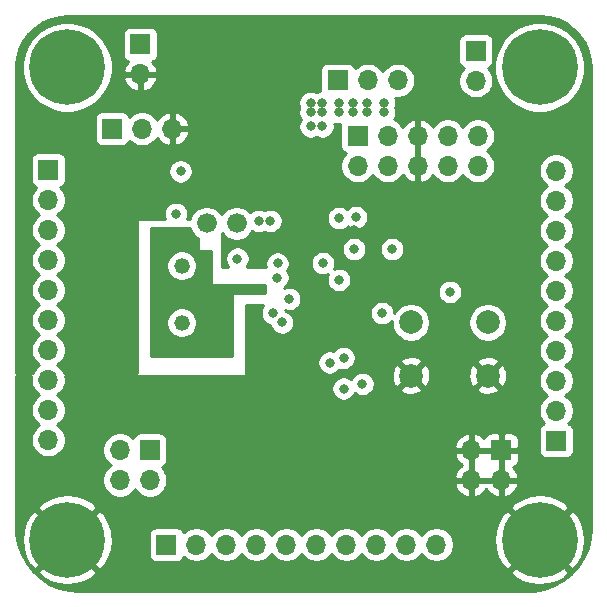
<source format=gbr>
%TF.GenerationSoftware,KiCad,Pcbnew,5.1.10-88a1d61d58~88~ubuntu20.04.1*%
%TF.CreationDate,2021-06-20T20:02:36+02:00*%
%TF.ProjectId,bluePillG,626c7565-5069-46c6-9c47-2e6b69636164,rev?*%
%TF.SameCoordinates,Original*%
%TF.FileFunction,Copper,L2,Inr*%
%TF.FilePolarity,Positive*%
%FSLAX46Y46*%
G04 Gerber Fmt 4.6, Leading zero omitted, Abs format (unit mm)*
G04 Created by KiCad (PCBNEW 5.1.10-88a1d61d58~88~ubuntu20.04.1) date 2021-06-20 20:02:36*
%MOMM*%
%LPD*%
G01*
G04 APERTURE LIST*
%TA.AperFunction,ComponentPad*%
%ADD10C,0.800000*%
%TD*%
%TA.AperFunction,ComponentPad*%
%ADD11C,6.400000*%
%TD*%
%TA.AperFunction,ComponentPad*%
%ADD12C,1.320800*%
%TD*%
%TA.AperFunction,ComponentPad*%
%ADD13C,1.676400*%
%TD*%
%TA.AperFunction,ComponentPad*%
%ADD14C,2.000000*%
%TD*%
%TA.AperFunction,ComponentPad*%
%ADD15O,1.700000X1.700000*%
%TD*%
%TA.AperFunction,ComponentPad*%
%ADD16R,1.700000X1.700000*%
%TD*%
%TA.AperFunction,ViaPad*%
%ADD17C,0.800000*%
%TD*%
%TA.AperFunction,Conductor*%
%ADD18C,0.254000*%
%TD*%
%TA.AperFunction,Conductor*%
%ADD19C,0.100000*%
%TD*%
G04 APERTURE END LIST*
D10*
%TO.N,GND*%
%TO.C,H4*%
X75697056Y-85302944D03*
X74000000Y-84600000D03*
X72302944Y-85302944D03*
X71600000Y-87000000D03*
X72302944Y-88697056D03*
X74000000Y-89400000D03*
X75697056Y-88697056D03*
X76400000Y-87000000D03*
D11*
X74000000Y-87000000D03*
%TD*%
D10*
%TO.N,VCC*%
%TO.C,H3*%
X75697056Y-45302944D03*
X74000000Y-44600000D03*
X72302944Y-45302944D03*
X71600000Y-47000000D03*
X72302944Y-48697056D03*
X74000000Y-49400000D03*
X75697056Y-48697056D03*
X76400000Y-47000000D03*
D11*
X74000000Y-47000000D03*
%TD*%
D12*
%TO.N,Net-(C19-Pad1)*%
%TO.C,Y2*%
X43700000Y-68626000D03*
%TO.N,OSC_IN*%
X43700000Y-63800000D03*
%TD*%
D13*
%TO.N,OSC32_OUT*%
%TO.C,Y1*%
X45800000Y-60200000D03*
%TO.N,OSC32_IN*%
X48340000Y-60200000D03*
%TD*%
D14*
%TO.N,NRST*%
%TO.C,SW1*%
X69600000Y-68600000D03*
%TO.N,GND*%
X69600000Y-73100000D03*
%TO.N,NRST*%
X63100000Y-68600000D03*
%TO.N,GND*%
X63100000Y-73100000D03*
%TD*%
D15*
%TO.N,+3V3*%
%TO.C,J10*%
X38460000Y-81940000D03*
X41000000Y-81940000D03*
X38460000Y-79400000D03*
D16*
X41000000Y-79400000D03*
%TD*%
D15*
%TO.N,GND*%
%TO.C,J9*%
X68200000Y-81940000D03*
X70740000Y-81940000D03*
X68200000Y-79400000D03*
D16*
X70740000Y-79400000D03*
%TD*%
D15*
%TO.N,PB9*%
%TO.C,J8*%
X75400000Y-55740000D03*
%TO.N,PB7*%
X75400000Y-58280000D03*
%TO.N,PB6*%
X75400000Y-60820000D03*
%TO.N,PB5*%
X75400000Y-63360000D03*
%TO.N,PB4*%
X75400000Y-65900000D03*
%TO.N,PB3*%
X75400000Y-68440000D03*
%TO.N,PA15*%
X75400000Y-70980000D03*
%TO.N,PA12*%
X75400000Y-73520000D03*
%TO.N,PA11*%
X75400000Y-76060000D03*
D16*
%TO.N,PA10*%
X75400000Y-78600000D03*
%TD*%
D15*
%TO.N,PA9*%
%TO.C,J7*%
X65260000Y-87400000D03*
%TO.N,PA8*%
X62720000Y-87400000D03*
%TO.N,PB15*%
X60180000Y-87400000D03*
%TO.N,PB14*%
X57640000Y-87400000D03*
%TO.N,PB13*%
X55100000Y-87400000D03*
%TO.N,PB12*%
X52560000Y-87400000D03*
%TO.N,PB11*%
X50020000Y-87400000D03*
%TO.N,PB10*%
X47480000Y-87400000D03*
%TO.N,PB2*%
X44940000Y-87400000D03*
D16*
%TO.N,PB1*%
X42400000Y-87400000D03*
%TD*%
D15*
%TO.N,PB0*%
%TO.C,J6*%
X32400000Y-78540000D03*
%TO.N,PA7*%
X32400000Y-76000000D03*
%TO.N,PA6*%
X32400000Y-73460000D03*
%TO.N,PA5*%
X32400000Y-70920000D03*
%TO.N,PA4*%
X32400000Y-68380000D03*
%TO.N,PA3*%
X32400000Y-65840000D03*
%TO.N,PA2*%
X32400000Y-63300000D03*
%TO.N,PA1*%
X32400000Y-60760000D03*
%TO.N,PA0*%
X32400000Y-58220000D03*
D16*
%TO.N,PC13*%
X32400000Y-55680000D03*
%TD*%
D15*
%TO.N,+5V*%
%TO.C,J5*%
X68600000Y-48140000D03*
D16*
%TO.N,VCC*%
X68600000Y-45600000D03*
%TD*%
D15*
%TO.N,GND*%
%TO.C,J4*%
X40200000Y-47600000D03*
D16*
%TO.N,VCC*%
X40200000Y-45060000D03*
%TD*%
D15*
%TO.N,+3V3S*%
%TO.C,J3*%
X61980000Y-48100000D03*
%TO.N,+3V3*%
X59440000Y-48100000D03*
D16*
%TO.N,+3.3VP*%
X56900000Y-48100000D03*
%TD*%
D15*
%TO.N,GND*%
%TO.C,J2*%
X42880000Y-52200000D03*
%TO.N,Net-(J2-Pad2)*%
X40340000Y-52200000D03*
D16*
%TO.N,+3V3*%
X37800000Y-52200000D03*
%TD*%
D15*
%TO.N,+5V*%
%TO.C,J1*%
X68760000Y-55340000D03*
X68760000Y-52800000D03*
%TO.N,+3V3S*%
X66220000Y-55340000D03*
X66220000Y-52800000D03*
%TO.N,GND*%
X63680000Y-55340000D03*
X63680000Y-52800000D03*
%TO.N,SWDIO*%
X61140000Y-55340000D03*
%TO.N,SWIW*%
X61140000Y-52800000D03*
%TO.N,SWCLK*%
X58600000Y-55340000D03*
D16*
%TO.N,NRST*%
X58600000Y-52800000D03*
%TD*%
D10*
%TO.N,GND*%
%TO.C,H2*%
X35697056Y-85302944D03*
X34000000Y-84600000D03*
X32302944Y-85302944D03*
X31600000Y-87000000D03*
X32302944Y-88697056D03*
X34000000Y-89400000D03*
X35697056Y-88697056D03*
X36400000Y-87000000D03*
D11*
X34000000Y-87000000D03*
%TD*%
D10*
%TO.N,VCC*%
%TO.C,H1*%
X35697056Y-45302944D03*
X34000000Y-44600000D03*
X32302944Y-45302944D03*
X31600000Y-47000000D03*
X32302944Y-48697056D03*
X34000000Y-49400000D03*
X35697056Y-48697056D03*
X36400000Y-47000000D03*
D11*
X34000000Y-47000000D03*
%TD*%
D17*
%TO.N,+3V3*%
X48400000Y-63200000D03*
X50200000Y-60000000D03*
X51200000Y-60000000D03*
X66400000Y-66000000D03*
X59000000Y-73800000D03*
X57400000Y-71600000D03*
X57400000Y-74200000D03*
X59400000Y-50000000D03*
X58200000Y-50000000D03*
X57000000Y-50000000D03*
X55600000Y-50000000D03*
X60800000Y-50000000D03*
X60800000Y-50800000D03*
X59400000Y-50800000D03*
X58200000Y-50800000D03*
X57000000Y-50800000D03*
X55600000Y-50800000D03*
X54600000Y-50800000D03*
X54600000Y-50000000D03*
X54600000Y-52000000D03*
X55600000Y-52000000D03*
X43600000Y-55800000D03*
X51812500Y-63600000D03*
X61500000Y-62400000D03*
X58300000Y-62400000D03*
%TO.N,GND*%
X50200000Y-61400000D03*
X48200000Y-56000000D03*
X45800000Y-56000000D03*
X50200000Y-56600000D03*
X51600000Y-56600000D03*
X52600000Y-57800000D03*
X56200000Y-68800000D03*
X54400000Y-68800000D03*
X61200000Y-71400000D03*
X61200000Y-72600000D03*
X56800000Y-76200000D03*
X54400000Y-77400000D03*
X51800000Y-76200000D03*
X58300000Y-60800000D03*
X61500000Y-60800000D03*
X56200000Y-43400000D03*
X63400000Y-45000000D03*
X50000000Y-50600000D03*
X49200000Y-50600000D03*
X48200000Y-52200000D03*
X51600000Y-52600000D03*
X51600000Y-53600000D03*
X50600000Y-53600000D03*
X49400000Y-53600000D03*
X48200000Y-53600000D03*
X46800000Y-53600000D03*
X45400000Y-53600000D03*
X48000000Y-50800000D03*
X45800000Y-51000000D03*
X52600000Y-52600000D03*
X52600000Y-53600000D03*
X47000000Y-50800000D03*
X48000000Y-49800000D03*
X47000000Y-49800000D03*
X60400000Y-63775000D03*
X41500000Y-66200000D03*
X39550000Y-66200000D03*
%TO.N,NRST*%
X52800000Y-66600000D03*
%TO.N,PC13*%
X51800000Y-64800000D03*
X43200000Y-59400000D03*
%TO.N,PB9*%
X55650000Y-63575000D03*
%TO.N,SWCLK*%
X57000000Y-59775000D03*
%TO.N,SWDIO*%
X58450000Y-59675000D03*
%TO.N,PA11*%
X57000000Y-65000000D03*
%TO.N,PB13*%
X60655185Y-67801488D03*
%TO.N,PB10*%
X56213000Y-72000000D03*
%TO.N,PA3*%
X52200000Y-68600000D03*
%TO.N,PA2*%
X51400000Y-67800000D03*
%TD*%
D18*
%TO.N,GND*%
X44383414Y-60629717D02*
X44494467Y-60897822D01*
X44655691Y-61139110D01*
X44860890Y-61344309D01*
X45073000Y-61486037D01*
X45073000Y-62400000D01*
X45075440Y-62424776D01*
X45082667Y-62448601D01*
X45094403Y-62470557D01*
X45110197Y-62489803D01*
X45129443Y-62505597D01*
X45151399Y-62517333D01*
X45175224Y-62524560D01*
X45200000Y-62527000D01*
X46173000Y-62527000D01*
X46173000Y-65300000D01*
X46175440Y-65324776D01*
X46182667Y-65348601D01*
X46194403Y-65370557D01*
X46210197Y-65389803D01*
X46229443Y-65405597D01*
X46251399Y-65417333D01*
X46275224Y-65424560D01*
X46300000Y-65427000D01*
X50773000Y-65427000D01*
X50773000Y-66073000D01*
X48100000Y-66073000D01*
X48075224Y-66075440D01*
X48051399Y-66082667D01*
X48029443Y-66094403D01*
X48010197Y-66110197D01*
X47994403Y-66129443D01*
X47982667Y-66151399D01*
X47975440Y-66175224D01*
X47973000Y-66200000D01*
X47973000Y-71473000D01*
X41127000Y-71473000D01*
X41127000Y-68498414D01*
X42404600Y-68498414D01*
X42404600Y-68753586D01*
X42454381Y-69003854D01*
X42552031Y-69239602D01*
X42693797Y-69451769D01*
X42874231Y-69632203D01*
X43086398Y-69773969D01*
X43322146Y-69871619D01*
X43572414Y-69921400D01*
X43827586Y-69921400D01*
X44077854Y-69871619D01*
X44313602Y-69773969D01*
X44525769Y-69632203D01*
X44706203Y-69451769D01*
X44847969Y-69239602D01*
X44945619Y-69003854D01*
X44995400Y-68753586D01*
X44995400Y-68498414D01*
X44945619Y-68248146D01*
X44847969Y-68012398D01*
X44706203Y-67800231D01*
X44525769Y-67619797D01*
X44313602Y-67478031D01*
X44077854Y-67380381D01*
X43827586Y-67330600D01*
X43572414Y-67330600D01*
X43322146Y-67380381D01*
X43086398Y-67478031D01*
X42874231Y-67619797D01*
X42693797Y-67800231D01*
X42552031Y-68012398D01*
X42454381Y-68248146D01*
X42404600Y-68498414D01*
X41127000Y-68498414D01*
X41127000Y-63672414D01*
X42404600Y-63672414D01*
X42404600Y-63927586D01*
X42454381Y-64177854D01*
X42552031Y-64413602D01*
X42693797Y-64625769D01*
X42874231Y-64806203D01*
X43086398Y-64947969D01*
X43322146Y-65045619D01*
X43572414Y-65095400D01*
X43827586Y-65095400D01*
X44077854Y-65045619D01*
X44313602Y-64947969D01*
X44525769Y-64806203D01*
X44706203Y-64625769D01*
X44847969Y-64413602D01*
X44945619Y-64177854D01*
X44995400Y-63927586D01*
X44995400Y-63672414D01*
X44945619Y-63422146D01*
X44847969Y-63186398D01*
X44706203Y-62974231D01*
X44525769Y-62793797D01*
X44313602Y-62652031D01*
X44077854Y-62554381D01*
X43827586Y-62504600D01*
X43572414Y-62504600D01*
X43322146Y-62554381D01*
X43086398Y-62652031D01*
X42874231Y-62793797D01*
X42693797Y-62974231D01*
X42552031Y-63186398D01*
X42454381Y-63422146D01*
X42404600Y-63672414D01*
X41127000Y-63672414D01*
X41127000Y-60627000D01*
X44382874Y-60627000D01*
X44383414Y-60629717D01*
%TA.AperFunction,Conductor*%
D19*
G36*
X44383414Y-60629717D02*
G01*
X44494467Y-60897822D01*
X44655691Y-61139110D01*
X44860890Y-61344309D01*
X45073000Y-61486037D01*
X45073000Y-62400000D01*
X45075440Y-62424776D01*
X45082667Y-62448601D01*
X45094403Y-62470557D01*
X45110197Y-62489803D01*
X45129443Y-62505597D01*
X45151399Y-62517333D01*
X45175224Y-62524560D01*
X45200000Y-62527000D01*
X46173000Y-62527000D01*
X46173000Y-65300000D01*
X46175440Y-65324776D01*
X46182667Y-65348601D01*
X46194403Y-65370557D01*
X46210197Y-65389803D01*
X46229443Y-65405597D01*
X46251399Y-65417333D01*
X46275224Y-65424560D01*
X46300000Y-65427000D01*
X50773000Y-65427000D01*
X50773000Y-66073000D01*
X48100000Y-66073000D01*
X48075224Y-66075440D01*
X48051399Y-66082667D01*
X48029443Y-66094403D01*
X48010197Y-66110197D01*
X47994403Y-66129443D01*
X47982667Y-66151399D01*
X47975440Y-66175224D01*
X47973000Y-66200000D01*
X47973000Y-71473000D01*
X41127000Y-71473000D01*
X41127000Y-68498414D01*
X42404600Y-68498414D01*
X42404600Y-68753586D01*
X42454381Y-69003854D01*
X42552031Y-69239602D01*
X42693797Y-69451769D01*
X42874231Y-69632203D01*
X43086398Y-69773969D01*
X43322146Y-69871619D01*
X43572414Y-69921400D01*
X43827586Y-69921400D01*
X44077854Y-69871619D01*
X44313602Y-69773969D01*
X44525769Y-69632203D01*
X44706203Y-69451769D01*
X44847969Y-69239602D01*
X44945619Y-69003854D01*
X44995400Y-68753586D01*
X44995400Y-68498414D01*
X44945619Y-68248146D01*
X44847969Y-68012398D01*
X44706203Y-67800231D01*
X44525769Y-67619797D01*
X44313602Y-67478031D01*
X44077854Y-67380381D01*
X43827586Y-67330600D01*
X43572414Y-67330600D01*
X43322146Y-67380381D01*
X43086398Y-67478031D01*
X42874231Y-67619797D01*
X42693797Y-67800231D01*
X42552031Y-68012398D01*
X42454381Y-68248146D01*
X42404600Y-68498414D01*
X41127000Y-68498414D01*
X41127000Y-63672414D01*
X42404600Y-63672414D01*
X42404600Y-63927586D01*
X42454381Y-64177854D01*
X42552031Y-64413602D01*
X42693797Y-64625769D01*
X42874231Y-64806203D01*
X43086398Y-64947969D01*
X43322146Y-65045619D01*
X43572414Y-65095400D01*
X43827586Y-65095400D01*
X44077854Y-65045619D01*
X44313602Y-64947969D01*
X44525769Y-64806203D01*
X44706203Y-64625769D01*
X44847969Y-64413602D01*
X44945619Y-64177854D01*
X44995400Y-63927586D01*
X44995400Y-63672414D01*
X44945619Y-63422146D01*
X44847969Y-63186398D01*
X44706203Y-62974231D01*
X44525769Y-62793797D01*
X44313602Y-62652031D01*
X44077854Y-62554381D01*
X43827586Y-62504600D01*
X43572414Y-62504600D01*
X43322146Y-62554381D01*
X43086398Y-62652031D01*
X42874231Y-62793797D01*
X42693797Y-62974231D01*
X42552031Y-63186398D01*
X42454381Y-63422146D01*
X42404600Y-63672414D01*
X41127000Y-63672414D01*
X41127000Y-60627000D01*
X44382874Y-60627000D01*
X44383414Y-60629717D01*
G37*
%TD.AperFunction*%
%TD*%
D18*
%TO.N,GND*%
X74768083Y-42731173D02*
X75511891Y-42934656D01*
X76207905Y-43266638D01*
X76834130Y-43716626D01*
X77370777Y-44270403D01*
X77800871Y-44910451D01*
X78110829Y-45616553D01*
X78292065Y-46371457D01*
X78340000Y-47024207D01*
X78340001Y-85972899D01*
X78266098Y-86871802D01*
X78052999Y-87720180D01*
X77704197Y-88522371D01*
X77229062Y-89256818D01*
X76640354Y-89903799D01*
X75953875Y-90445946D01*
X75188076Y-90868691D01*
X74363514Y-91160683D01*
X73490925Y-91316116D01*
X72984453Y-91340000D01*
X35027089Y-91340000D01*
X34128198Y-91266098D01*
X33279820Y-91052999D01*
X32477629Y-90704197D01*
X31743182Y-90229062D01*
X31162720Y-89700881D01*
X31478724Y-89700881D01*
X31838912Y-90190548D01*
X32502882Y-90550849D01*
X33224385Y-90774694D01*
X33975695Y-90853480D01*
X34727938Y-90784178D01*
X35452208Y-90569452D01*
X36120670Y-90217555D01*
X36161088Y-90190548D01*
X36521276Y-89700881D01*
X71478724Y-89700881D01*
X71838912Y-90190548D01*
X72502882Y-90550849D01*
X73224385Y-90774694D01*
X73975695Y-90853480D01*
X74727938Y-90784178D01*
X75452208Y-90569452D01*
X76120670Y-90217555D01*
X76161088Y-90190548D01*
X76521276Y-89700881D01*
X74000000Y-87179605D01*
X71478724Y-89700881D01*
X36521276Y-89700881D01*
X34000000Y-87179605D01*
X31478724Y-89700881D01*
X31162720Y-89700881D01*
X31096201Y-89640354D01*
X30554054Y-88953875D01*
X30131309Y-88188076D01*
X29839317Y-87363514D01*
X29770236Y-86975695D01*
X30146520Y-86975695D01*
X30215822Y-87727938D01*
X30430548Y-88452208D01*
X30782445Y-89120670D01*
X30809452Y-89161088D01*
X31299119Y-89521276D01*
X33820395Y-87000000D01*
X34179605Y-87000000D01*
X36700881Y-89521276D01*
X37190548Y-89161088D01*
X37550849Y-88497118D01*
X37774694Y-87775615D01*
X37853480Y-87024305D01*
X37809784Y-86550000D01*
X40911928Y-86550000D01*
X40911928Y-88250000D01*
X40924188Y-88374482D01*
X40960498Y-88494180D01*
X41019463Y-88604494D01*
X41098815Y-88701185D01*
X41195506Y-88780537D01*
X41305820Y-88839502D01*
X41425518Y-88875812D01*
X41550000Y-88888072D01*
X43250000Y-88888072D01*
X43374482Y-88875812D01*
X43494180Y-88839502D01*
X43604494Y-88780537D01*
X43701185Y-88701185D01*
X43780537Y-88604494D01*
X43839502Y-88494180D01*
X43861513Y-88421620D01*
X43993368Y-88553475D01*
X44236589Y-88715990D01*
X44506842Y-88827932D01*
X44793740Y-88885000D01*
X45086260Y-88885000D01*
X45373158Y-88827932D01*
X45643411Y-88715990D01*
X45886632Y-88553475D01*
X46093475Y-88346632D01*
X46210000Y-88172240D01*
X46326525Y-88346632D01*
X46533368Y-88553475D01*
X46776589Y-88715990D01*
X47046842Y-88827932D01*
X47333740Y-88885000D01*
X47626260Y-88885000D01*
X47913158Y-88827932D01*
X48183411Y-88715990D01*
X48426632Y-88553475D01*
X48633475Y-88346632D01*
X48750000Y-88172240D01*
X48866525Y-88346632D01*
X49073368Y-88553475D01*
X49316589Y-88715990D01*
X49586842Y-88827932D01*
X49873740Y-88885000D01*
X50166260Y-88885000D01*
X50453158Y-88827932D01*
X50723411Y-88715990D01*
X50966632Y-88553475D01*
X51173475Y-88346632D01*
X51290000Y-88172240D01*
X51406525Y-88346632D01*
X51613368Y-88553475D01*
X51856589Y-88715990D01*
X52126842Y-88827932D01*
X52413740Y-88885000D01*
X52706260Y-88885000D01*
X52993158Y-88827932D01*
X53263411Y-88715990D01*
X53506632Y-88553475D01*
X53713475Y-88346632D01*
X53830000Y-88172240D01*
X53946525Y-88346632D01*
X54153368Y-88553475D01*
X54396589Y-88715990D01*
X54666842Y-88827932D01*
X54953740Y-88885000D01*
X55246260Y-88885000D01*
X55533158Y-88827932D01*
X55803411Y-88715990D01*
X56046632Y-88553475D01*
X56253475Y-88346632D01*
X56370000Y-88172240D01*
X56486525Y-88346632D01*
X56693368Y-88553475D01*
X56936589Y-88715990D01*
X57206842Y-88827932D01*
X57493740Y-88885000D01*
X57786260Y-88885000D01*
X58073158Y-88827932D01*
X58343411Y-88715990D01*
X58586632Y-88553475D01*
X58793475Y-88346632D01*
X58910000Y-88172240D01*
X59026525Y-88346632D01*
X59233368Y-88553475D01*
X59476589Y-88715990D01*
X59746842Y-88827932D01*
X60033740Y-88885000D01*
X60326260Y-88885000D01*
X60613158Y-88827932D01*
X60883411Y-88715990D01*
X61126632Y-88553475D01*
X61333475Y-88346632D01*
X61450000Y-88172240D01*
X61566525Y-88346632D01*
X61773368Y-88553475D01*
X62016589Y-88715990D01*
X62286842Y-88827932D01*
X62573740Y-88885000D01*
X62866260Y-88885000D01*
X63153158Y-88827932D01*
X63423411Y-88715990D01*
X63666632Y-88553475D01*
X63873475Y-88346632D01*
X63990000Y-88172240D01*
X64106525Y-88346632D01*
X64313368Y-88553475D01*
X64556589Y-88715990D01*
X64826842Y-88827932D01*
X65113740Y-88885000D01*
X65406260Y-88885000D01*
X65693158Y-88827932D01*
X65963411Y-88715990D01*
X66206632Y-88553475D01*
X66413475Y-88346632D01*
X66575990Y-88103411D01*
X66687932Y-87833158D01*
X66745000Y-87546260D01*
X66745000Y-87253740D01*
X66689693Y-86975695D01*
X70146520Y-86975695D01*
X70215822Y-87727938D01*
X70430548Y-88452208D01*
X70782445Y-89120670D01*
X70809452Y-89161088D01*
X71299119Y-89521276D01*
X73820395Y-87000000D01*
X74179605Y-87000000D01*
X76700881Y-89521276D01*
X77190548Y-89161088D01*
X77550849Y-88497118D01*
X77774694Y-87775615D01*
X77853480Y-87024305D01*
X77784178Y-86272062D01*
X77569452Y-85547792D01*
X77217555Y-84879330D01*
X77190548Y-84838912D01*
X76700881Y-84478724D01*
X74179605Y-87000000D01*
X73820395Y-87000000D01*
X71299119Y-84478724D01*
X70809452Y-84838912D01*
X70449151Y-85502882D01*
X70225306Y-86224385D01*
X70146520Y-86975695D01*
X66689693Y-86975695D01*
X66687932Y-86966842D01*
X66575990Y-86696589D01*
X66413475Y-86453368D01*
X66206632Y-86246525D01*
X65963411Y-86084010D01*
X65693158Y-85972068D01*
X65406260Y-85915000D01*
X65113740Y-85915000D01*
X64826842Y-85972068D01*
X64556589Y-86084010D01*
X64313368Y-86246525D01*
X64106525Y-86453368D01*
X63990000Y-86627760D01*
X63873475Y-86453368D01*
X63666632Y-86246525D01*
X63423411Y-86084010D01*
X63153158Y-85972068D01*
X62866260Y-85915000D01*
X62573740Y-85915000D01*
X62286842Y-85972068D01*
X62016589Y-86084010D01*
X61773368Y-86246525D01*
X61566525Y-86453368D01*
X61450000Y-86627760D01*
X61333475Y-86453368D01*
X61126632Y-86246525D01*
X60883411Y-86084010D01*
X60613158Y-85972068D01*
X60326260Y-85915000D01*
X60033740Y-85915000D01*
X59746842Y-85972068D01*
X59476589Y-86084010D01*
X59233368Y-86246525D01*
X59026525Y-86453368D01*
X58910000Y-86627760D01*
X58793475Y-86453368D01*
X58586632Y-86246525D01*
X58343411Y-86084010D01*
X58073158Y-85972068D01*
X57786260Y-85915000D01*
X57493740Y-85915000D01*
X57206842Y-85972068D01*
X56936589Y-86084010D01*
X56693368Y-86246525D01*
X56486525Y-86453368D01*
X56370000Y-86627760D01*
X56253475Y-86453368D01*
X56046632Y-86246525D01*
X55803411Y-86084010D01*
X55533158Y-85972068D01*
X55246260Y-85915000D01*
X54953740Y-85915000D01*
X54666842Y-85972068D01*
X54396589Y-86084010D01*
X54153368Y-86246525D01*
X53946525Y-86453368D01*
X53830000Y-86627760D01*
X53713475Y-86453368D01*
X53506632Y-86246525D01*
X53263411Y-86084010D01*
X52993158Y-85972068D01*
X52706260Y-85915000D01*
X52413740Y-85915000D01*
X52126842Y-85972068D01*
X51856589Y-86084010D01*
X51613368Y-86246525D01*
X51406525Y-86453368D01*
X51290000Y-86627760D01*
X51173475Y-86453368D01*
X50966632Y-86246525D01*
X50723411Y-86084010D01*
X50453158Y-85972068D01*
X50166260Y-85915000D01*
X49873740Y-85915000D01*
X49586842Y-85972068D01*
X49316589Y-86084010D01*
X49073368Y-86246525D01*
X48866525Y-86453368D01*
X48750000Y-86627760D01*
X48633475Y-86453368D01*
X48426632Y-86246525D01*
X48183411Y-86084010D01*
X47913158Y-85972068D01*
X47626260Y-85915000D01*
X47333740Y-85915000D01*
X47046842Y-85972068D01*
X46776589Y-86084010D01*
X46533368Y-86246525D01*
X46326525Y-86453368D01*
X46210000Y-86627760D01*
X46093475Y-86453368D01*
X45886632Y-86246525D01*
X45643411Y-86084010D01*
X45373158Y-85972068D01*
X45086260Y-85915000D01*
X44793740Y-85915000D01*
X44506842Y-85972068D01*
X44236589Y-86084010D01*
X43993368Y-86246525D01*
X43861513Y-86378380D01*
X43839502Y-86305820D01*
X43780537Y-86195506D01*
X43701185Y-86098815D01*
X43604494Y-86019463D01*
X43494180Y-85960498D01*
X43374482Y-85924188D01*
X43250000Y-85911928D01*
X41550000Y-85911928D01*
X41425518Y-85924188D01*
X41305820Y-85960498D01*
X41195506Y-86019463D01*
X41098815Y-86098815D01*
X41019463Y-86195506D01*
X40960498Y-86305820D01*
X40924188Y-86425518D01*
X40911928Y-86550000D01*
X37809784Y-86550000D01*
X37784178Y-86272062D01*
X37569452Y-85547792D01*
X37217555Y-84879330D01*
X37190548Y-84838912D01*
X36700881Y-84478724D01*
X34179605Y-87000000D01*
X33820395Y-87000000D01*
X31299119Y-84478724D01*
X30809452Y-84838912D01*
X30449151Y-85502882D01*
X30225306Y-86224385D01*
X30146520Y-86975695D01*
X29770236Y-86975695D01*
X29683884Y-86490925D01*
X29660000Y-85984453D01*
X29660000Y-84299119D01*
X31478724Y-84299119D01*
X34000000Y-86820395D01*
X36521276Y-84299119D01*
X71478724Y-84299119D01*
X74000000Y-86820395D01*
X76521276Y-84299119D01*
X76161088Y-83809452D01*
X75497118Y-83449151D01*
X74775615Y-83225306D01*
X74024305Y-83146520D01*
X73272062Y-83215822D01*
X72547792Y-83430548D01*
X71879330Y-83782445D01*
X71838912Y-83809452D01*
X71478724Y-84299119D01*
X36521276Y-84299119D01*
X36161088Y-83809452D01*
X35497118Y-83449151D01*
X34775615Y-83225306D01*
X34024305Y-83146520D01*
X33272062Y-83215822D01*
X32547792Y-83430548D01*
X31879330Y-83782445D01*
X31838912Y-83809452D01*
X31478724Y-84299119D01*
X29660000Y-84299119D01*
X29660000Y-73127000D01*
X30952145Y-73127000D01*
X30915000Y-73313740D01*
X30915000Y-73606260D01*
X30972068Y-73893158D01*
X31084010Y-74163411D01*
X31246525Y-74406632D01*
X31453368Y-74613475D01*
X31627760Y-74730000D01*
X31453368Y-74846525D01*
X31246525Y-75053368D01*
X31084010Y-75296589D01*
X30972068Y-75566842D01*
X30915000Y-75853740D01*
X30915000Y-76146260D01*
X30972068Y-76433158D01*
X31084010Y-76703411D01*
X31246525Y-76946632D01*
X31453368Y-77153475D01*
X31627760Y-77270000D01*
X31453368Y-77386525D01*
X31246525Y-77593368D01*
X31084010Y-77836589D01*
X30972068Y-78106842D01*
X30915000Y-78393740D01*
X30915000Y-78686260D01*
X30972068Y-78973158D01*
X31084010Y-79243411D01*
X31246525Y-79486632D01*
X31453368Y-79693475D01*
X31696589Y-79855990D01*
X31966842Y-79967932D01*
X32253740Y-80025000D01*
X32546260Y-80025000D01*
X32833158Y-79967932D01*
X33103411Y-79855990D01*
X33346632Y-79693475D01*
X33553475Y-79486632D01*
X33709088Y-79253740D01*
X36975000Y-79253740D01*
X36975000Y-79546260D01*
X37032068Y-79833158D01*
X37144010Y-80103411D01*
X37306525Y-80346632D01*
X37513368Y-80553475D01*
X37687760Y-80670000D01*
X37513368Y-80786525D01*
X37306525Y-80993368D01*
X37144010Y-81236589D01*
X37032068Y-81506842D01*
X36975000Y-81793740D01*
X36975000Y-82086260D01*
X37032068Y-82373158D01*
X37144010Y-82643411D01*
X37306525Y-82886632D01*
X37513368Y-83093475D01*
X37756589Y-83255990D01*
X38026842Y-83367932D01*
X38313740Y-83425000D01*
X38606260Y-83425000D01*
X38893158Y-83367932D01*
X39163411Y-83255990D01*
X39406632Y-83093475D01*
X39613475Y-82886632D01*
X39730000Y-82712240D01*
X39846525Y-82886632D01*
X40053368Y-83093475D01*
X40296589Y-83255990D01*
X40566842Y-83367932D01*
X40853740Y-83425000D01*
X41146260Y-83425000D01*
X41433158Y-83367932D01*
X41703411Y-83255990D01*
X41946632Y-83093475D01*
X42153475Y-82886632D01*
X42315990Y-82643411D01*
X42427932Y-82373158D01*
X42443102Y-82296890D01*
X66758524Y-82296890D01*
X66803175Y-82444099D01*
X66928359Y-82706920D01*
X67102412Y-82940269D01*
X67318645Y-83135178D01*
X67568748Y-83284157D01*
X67843109Y-83381481D01*
X68073000Y-83260814D01*
X68073000Y-82067000D01*
X68327000Y-82067000D01*
X68327000Y-83260814D01*
X68556891Y-83381481D01*
X68831252Y-83284157D01*
X69081355Y-83135178D01*
X69297588Y-82940269D01*
X69470000Y-82709120D01*
X69642412Y-82940269D01*
X69858645Y-83135178D01*
X70108748Y-83284157D01*
X70383109Y-83381481D01*
X70613000Y-83260814D01*
X70613000Y-82067000D01*
X70867000Y-82067000D01*
X70867000Y-83260814D01*
X71096891Y-83381481D01*
X71371252Y-83284157D01*
X71621355Y-83135178D01*
X71837588Y-82940269D01*
X72011641Y-82706920D01*
X72136825Y-82444099D01*
X72181476Y-82296890D01*
X72060155Y-82067000D01*
X70867000Y-82067000D01*
X70613000Y-82067000D01*
X68327000Y-82067000D01*
X68073000Y-82067000D01*
X66879845Y-82067000D01*
X66758524Y-82296890D01*
X42443102Y-82296890D01*
X42485000Y-82086260D01*
X42485000Y-81793740D01*
X42427932Y-81506842D01*
X42315990Y-81236589D01*
X42153475Y-80993368D01*
X42021620Y-80861513D01*
X42094180Y-80839502D01*
X42204494Y-80780537D01*
X42301185Y-80701185D01*
X42380537Y-80604494D01*
X42439502Y-80494180D01*
X42475812Y-80374482D01*
X42488072Y-80250000D01*
X42488072Y-79756890D01*
X66758524Y-79756890D01*
X66803175Y-79904099D01*
X66928359Y-80166920D01*
X67102412Y-80400269D01*
X67318645Y-80595178D01*
X67444255Y-80670000D01*
X67318645Y-80744822D01*
X67102412Y-80939731D01*
X66928359Y-81173080D01*
X66803175Y-81435901D01*
X66758524Y-81583110D01*
X66879845Y-81813000D01*
X68073000Y-81813000D01*
X68073000Y-79527000D01*
X68327000Y-79527000D01*
X68327000Y-81813000D01*
X70613000Y-81813000D01*
X70613000Y-79527000D01*
X70867000Y-79527000D01*
X70867000Y-81813000D01*
X72060155Y-81813000D01*
X72181476Y-81583110D01*
X72136825Y-81435901D01*
X72011641Y-81173080D01*
X71837588Y-80939731D01*
X71753534Y-80863966D01*
X71834180Y-80839502D01*
X71944494Y-80780537D01*
X72041185Y-80701185D01*
X72120537Y-80604494D01*
X72179502Y-80494180D01*
X72215812Y-80374482D01*
X72228072Y-80250000D01*
X72225000Y-79685750D01*
X72066250Y-79527000D01*
X70867000Y-79527000D01*
X70613000Y-79527000D01*
X68327000Y-79527000D01*
X68073000Y-79527000D01*
X66879845Y-79527000D01*
X66758524Y-79756890D01*
X42488072Y-79756890D01*
X42488072Y-79043110D01*
X66758524Y-79043110D01*
X66879845Y-79273000D01*
X68073000Y-79273000D01*
X68073000Y-78079186D01*
X68327000Y-78079186D01*
X68327000Y-79273000D01*
X70613000Y-79273000D01*
X70613000Y-78073750D01*
X70867000Y-78073750D01*
X70867000Y-79273000D01*
X72066250Y-79273000D01*
X72225000Y-79114250D01*
X72228072Y-78550000D01*
X72215812Y-78425518D01*
X72179502Y-78305820D01*
X72120537Y-78195506D01*
X72041185Y-78098815D01*
X71944494Y-78019463D01*
X71834180Y-77960498D01*
X71714482Y-77924188D01*
X71590000Y-77911928D01*
X71025750Y-77915000D01*
X70867000Y-78073750D01*
X70613000Y-78073750D01*
X70454250Y-77915000D01*
X69890000Y-77911928D01*
X69765518Y-77924188D01*
X69645820Y-77960498D01*
X69535506Y-78019463D01*
X69438815Y-78098815D01*
X69359463Y-78195506D01*
X69300498Y-78305820D01*
X69277502Y-78381626D01*
X69081355Y-78204822D01*
X68831252Y-78055843D01*
X68556891Y-77958519D01*
X68327000Y-78079186D01*
X68073000Y-78079186D01*
X67843109Y-77958519D01*
X67568748Y-78055843D01*
X67318645Y-78204822D01*
X67102412Y-78399731D01*
X66928359Y-78633080D01*
X66803175Y-78895901D01*
X66758524Y-79043110D01*
X42488072Y-79043110D01*
X42488072Y-78550000D01*
X42475812Y-78425518D01*
X42439502Y-78305820D01*
X42380537Y-78195506D01*
X42301185Y-78098815D01*
X42204494Y-78019463D01*
X42094180Y-77960498D01*
X41974482Y-77924188D01*
X41850000Y-77911928D01*
X40150000Y-77911928D01*
X40025518Y-77924188D01*
X39905820Y-77960498D01*
X39795506Y-78019463D01*
X39698815Y-78098815D01*
X39619463Y-78195506D01*
X39560498Y-78305820D01*
X39538487Y-78378380D01*
X39406632Y-78246525D01*
X39163411Y-78084010D01*
X38893158Y-77972068D01*
X38606260Y-77915000D01*
X38313740Y-77915000D01*
X38026842Y-77972068D01*
X37756589Y-78084010D01*
X37513368Y-78246525D01*
X37306525Y-78453368D01*
X37144010Y-78696589D01*
X37032068Y-78966842D01*
X36975000Y-79253740D01*
X33709088Y-79253740D01*
X33715990Y-79243411D01*
X33827932Y-78973158D01*
X33885000Y-78686260D01*
X33885000Y-78393740D01*
X33827932Y-78106842D01*
X33715990Y-77836589D01*
X33658134Y-77750000D01*
X73911928Y-77750000D01*
X73911928Y-79450000D01*
X73924188Y-79574482D01*
X73960498Y-79694180D01*
X74019463Y-79804494D01*
X74098815Y-79901185D01*
X74195506Y-79980537D01*
X74305820Y-80039502D01*
X74425518Y-80075812D01*
X74550000Y-80088072D01*
X76250000Y-80088072D01*
X76374482Y-80075812D01*
X76494180Y-80039502D01*
X76604494Y-79980537D01*
X76701185Y-79901185D01*
X76780537Y-79804494D01*
X76839502Y-79694180D01*
X76875812Y-79574482D01*
X76888072Y-79450000D01*
X76888072Y-77750000D01*
X76875812Y-77625518D01*
X76839502Y-77505820D01*
X76780537Y-77395506D01*
X76701185Y-77298815D01*
X76604494Y-77219463D01*
X76494180Y-77160498D01*
X76421620Y-77138487D01*
X76553475Y-77006632D01*
X76715990Y-76763411D01*
X76827932Y-76493158D01*
X76885000Y-76206260D01*
X76885000Y-75913740D01*
X76827932Y-75626842D01*
X76715990Y-75356589D01*
X76553475Y-75113368D01*
X76346632Y-74906525D01*
X76172240Y-74790000D01*
X76346632Y-74673475D01*
X76553475Y-74466632D01*
X76715990Y-74223411D01*
X76827932Y-73953158D01*
X76885000Y-73666260D01*
X76885000Y-73373740D01*
X76827932Y-73086842D01*
X76715990Y-72816589D01*
X76553475Y-72573368D01*
X76346632Y-72366525D01*
X76172240Y-72250000D01*
X76346632Y-72133475D01*
X76553475Y-71926632D01*
X76715990Y-71683411D01*
X76827932Y-71413158D01*
X76885000Y-71126260D01*
X76885000Y-70833740D01*
X76827932Y-70546842D01*
X76715990Y-70276589D01*
X76553475Y-70033368D01*
X76346632Y-69826525D01*
X76172240Y-69710000D01*
X76346632Y-69593475D01*
X76553475Y-69386632D01*
X76715990Y-69143411D01*
X76827932Y-68873158D01*
X76885000Y-68586260D01*
X76885000Y-68293740D01*
X76827932Y-68006842D01*
X76715990Y-67736589D01*
X76553475Y-67493368D01*
X76346632Y-67286525D01*
X76172240Y-67170000D01*
X76346632Y-67053475D01*
X76553475Y-66846632D01*
X76715990Y-66603411D01*
X76827932Y-66333158D01*
X76885000Y-66046260D01*
X76885000Y-65753740D01*
X76827932Y-65466842D01*
X76715990Y-65196589D01*
X76553475Y-64953368D01*
X76346632Y-64746525D01*
X76172240Y-64630000D01*
X76346632Y-64513475D01*
X76553475Y-64306632D01*
X76715990Y-64063411D01*
X76827932Y-63793158D01*
X76885000Y-63506260D01*
X76885000Y-63213740D01*
X76827932Y-62926842D01*
X76715990Y-62656589D01*
X76553475Y-62413368D01*
X76346632Y-62206525D01*
X76172240Y-62090000D01*
X76346632Y-61973475D01*
X76553475Y-61766632D01*
X76715990Y-61523411D01*
X76827932Y-61253158D01*
X76885000Y-60966260D01*
X76885000Y-60673740D01*
X76827932Y-60386842D01*
X76715990Y-60116589D01*
X76553475Y-59873368D01*
X76346632Y-59666525D01*
X76172240Y-59550000D01*
X76346632Y-59433475D01*
X76553475Y-59226632D01*
X76715990Y-58983411D01*
X76827932Y-58713158D01*
X76885000Y-58426260D01*
X76885000Y-58133740D01*
X76827932Y-57846842D01*
X76715990Y-57576589D01*
X76553475Y-57333368D01*
X76346632Y-57126525D01*
X76172240Y-57010000D01*
X76346632Y-56893475D01*
X76553475Y-56686632D01*
X76715990Y-56443411D01*
X76827932Y-56173158D01*
X76885000Y-55886260D01*
X76885000Y-55593740D01*
X76827932Y-55306842D01*
X76715990Y-55036589D01*
X76553475Y-54793368D01*
X76346632Y-54586525D01*
X76103411Y-54424010D01*
X75833158Y-54312068D01*
X75546260Y-54255000D01*
X75253740Y-54255000D01*
X74966842Y-54312068D01*
X74696589Y-54424010D01*
X74453368Y-54586525D01*
X74246525Y-54793368D01*
X74084010Y-55036589D01*
X73972068Y-55306842D01*
X73915000Y-55593740D01*
X73915000Y-55886260D01*
X73972068Y-56173158D01*
X74084010Y-56443411D01*
X74246525Y-56686632D01*
X74453368Y-56893475D01*
X74627760Y-57010000D01*
X74453368Y-57126525D01*
X74246525Y-57333368D01*
X74084010Y-57576589D01*
X73972068Y-57846842D01*
X73915000Y-58133740D01*
X73915000Y-58426260D01*
X73972068Y-58713158D01*
X74084010Y-58983411D01*
X74246525Y-59226632D01*
X74453368Y-59433475D01*
X74627760Y-59550000D01*
X74453368Y-59666525D01*
X74246525Y-59873368D01*
X74084010Y-60116589D01*
X73972068Y-60386842D01*
X73915000Y-60673740D01*
X73915000Y-60966260D01*
X73972068Y-61253158D01*
X74084010Y-61523411D01*
X74246525Y-61766632D01*
X74453368Y-61973475D01*
X74627760Y-62090000D01*
X74453368Y-62206525D01*
X74246525Y-62413368D01*
X74084010Y-62656589D01*
X73972068Y-62926842D01*
X73915000Y-63213740D01*
X73915000Y-63506260D01*
X73972068Y-63793158D01*
X74084010Y-64063411D01*
X74246525Y-64306632D01*
X74453368Y-64513475D01*
X74627760Y-64630000D01*
X74453368Y-64746525D01*
X74246525Y-64953368D01*
X74084010Y-65196589D01*
X73972068Y-65466842D01*
X73915000Y-65753740D01*
X73915000Y-66046260D01*
X73972068Y-66333158D01*
X74084010Y-66603411D01*
X74246525Y-66846632D01*
X74453368Y-67053475D01*
X74627760Y-67170000D01*
X74453368Y-67286525D01*
X74246525Y-67493368D01*
X74084010Y-67736589D01*
X73972068Y-68006842D01*
X73915000Y-68293740D01*
X73915000Y-68586260D01*
X73972068Y-68873158D01*
X74084010Y-69143411D01*
X74246525Y-69386632D01*
X74453368Y-69593475D01*
X74627760Y-69710000D01*
X74453368Y-69826525D01*
X74246525Y-70033368D01*
X74084010Y-70276589D01*
X73972068Y-70546842D01*
X73915000Y-70833740D01*
X73915000Y-71126260D01*
X73972068Y-71413158D01*
X74084010Y-71683411D01*
X74246525Y-71926632D01*
X74453368Y-72133475D01*
X74627760Y-72250000D01*
X74453368Y-72366525D01*
X74246525Y-72573368D01*
X74084010Y-72816589D01*
X73972068Y-73086842D01*
X73915000Y-73373740D01*
X73915000Y-73666260D01*
X73972068Y-73953158D01*
X74084010Y-74223411D01*
X74246525Y-74466632D01*
X74453368Y-74673475D01*
X74627760Y-74790000D01*
X74453368Y-74906525D01*
X74246525Y-75113368D01*
X74084010Y-75356589D01*
X73972068Y-75626842D01*
X73915000Y-75913740D01*
X73915000Y-76206260D01*
X73972068Y-76493158D01*
X74084010Y-76763411D01*
X74246525Y-77006632D01*
X74378380Y-77138487D01*
X74305820Y-77160498D01*
X74195506Y-77219463D01*
X74098815Y-77298815D01*
X74019463Y-77395506D01*
X73960498Y-77505820D01*
X73924188Y-77625518D01*
X73911928Y-77750000D01*
X33658134Y-77750000D01*
X33553475Y-77593368D01*
X33346632Y-77386525D01*
X33172240Y-77270000D01*
X33346632Y-77153475D01*
X33553475Y-76946632D01*
X33715990Y-76703411D01*
X33827932Y-76433158D01*
X33885000Y-76146260D01*
X33885000Y-75853740D01*
X33827932Y-75566842D01*
X33715990Y-75296589D01*
X33553475Y-75053368D01*
X33346632Y-74846525D01*
X33172240Y-74730000D01*
X33346632Y-74613475D01*
X33553475Y-74406632D01*
X33715990Y-74163411D01*
X33743058Y-74098061D01*
X56365000Y-74098061D01*
X56365000Y-74301939D01*
X56404774Y-74501898D01*
X56482795Y-74690256D01*
X56596063Y-74859774D01*
X56740226Y-75003937D01*
X56909744Y-75117205D01*
X57098102Y-75195226D01*
X57298061Y-75235000D01*
X57501939Y-75235000D01*
X57701898Y-75195226D01*
X57890256Y-75117205D01*
X58059774Y-75003937D01*
X58203937Y-74859774D01*
X58317205Y-74690256D01*
X58350199Y-74610601D01*
X58509744Y-74717205D01*
X58698102Y-74795226D01*
X58898061Y-74835000D01*
X59101939Y-74835000D01*
X59301898Y-74795226D01*
X59490256Y-74717205D01*
X59659774Y-74603937D01*
X59803937Y-74459774D01*
X59917205Y-74290256D01*
X59939921Y-74235413D01*
X62144192Y-74235413D01*
X62239956Y-74499814D01*
X62529571Y-74640704D01*
X62841108Y-74722384D01*
X63162595Y-74741718D01*
X63481675Y-74697961D01*
X63786088Y-74592795D01*
X63960044Y-74499814D01*
X64055808Y-74235413D01*
X68644192Y-74235413D01*
X68739956Y-74499814D01*
X69029571Y-74640704D01*
X69341108Y-74722384D01*
X69662595Y-74741718D01*
X69981675Y-74697961D01*
X70286088Y-74592795D01*
X70460044Y-74499814D01*
X70555808Y-74235413D01*
X69600000Y-73279605D01*
X68644192Y-74235413D01*
X64055808Y-74235413D01*
X63100000Y-73279605D01*
X62144192Y-74235413D01*
X59939921Y-74235413D01*
X59995226Y-74101898D01*
X60035000Y-73901939D01*
X60035000Y-73698061D01*
X59995226Y-73498102D01*
X59917205Y-73309744D01*
X59818884Y-73162595D01*
X61458282Y-73162595D01*
X61502039Y-73481675D01*
X61607205Y-73786088D01*
X61700186Y-73960044D01*
X61964587Y-74055808D01*
X62920395Y-73100000D01*
X63279605Y-73100000D01*
X64235413Y-74055808D01*
X64499814Y-73960044D01*
X64640704Y-73670429D01*
X64722384Y-73358892D01*
X64734189Y-73162595D01*
X67958282Y-73162595D01*
X68002039Y-73481675D01*
X68107205Y-73786088D01*
X68200186Y-73960044D01*
X68464587Y-74055808D01*
X69420395Y-73100000D01*
X69779605Y-73100000D01*
X70735413Y-74055808D01*
X70999814Y-73960044D01*
X71140704Y-73670429D01*
X71222384Y-73358892D01*
X71241718Y-73037405D01*
X71197961Y-72718325D01*
X71092795Y-72413912D01*
X70999814Y-72239956D01*
X70735413Y-72144192D01*
X69779605Y-73100000D01*
X69420395Y-73100000D01*
X68464587Y-72144192D01*
X68200186Y-72239956D01*
X68059296Y-72529571D01*
X67977616Y-72841108D01*
X67958282Y-73162595D01*
X64734189Y-73162595D01*
X64741718Y-73037405D01*
X64697961Y-72718325D01*
X64592795Y-72413912D01*
X64499814Y-72239956D01*
X64235413Y-72144192D01*
X63279605Y-73100000D01*
X62920395Y-73100000D01*
X61964587Y-72144192D01*
X61700186Y-72239956D01*
X61559296Y-72529571D01*
X61477616Y-72841108D01*
X61458282Y-73162595D01*
X59818884Y-73162595D01*
X59803937Y-73140226D01*
X59659774Y-72996063D01*
X59490256Y-72882795D01*
X59301898Y-72804774D01*
X59101939Y-72765000D01*
X58898061Y-72765000D01*
X58698102Y-72804774D01*
X58509744Y-72882795D01*
X58340226Y-72996063D01*
X58196063Y-73140226D01*
X58082795Y-73309744D01*
X58049801Y-73389399D01*
X57890256Y-73282795D01*
X57701898Y-73204774D01*
X57501939Y-73165000D01*
X57298061Y-73165000D01*
X57098102Y-73204774D01*
X56909744Y-73282795D01*
X56740226Y-73396063D01*
X56596063Y-73540226D01*
X56482795Y-73709744D01*
X56404774Y-73898102D01*
X56365000Y-74098061D01*
X33743058Y-74098061D01*
X33827932Y-73893158D01*
X33885000Y-73606260D01*
X33885000Y-73313740D01*
X33847855Y-73127000D01*
X49000000Y-73127000D01*
X49024776Y-73124560D01*
X49048601Y-73117333D01*
X49070557Y-73105597D01*
X49089803Y-73089803D01*
X49105597Y-73070557D01*
X49117333Y-73048601D01*
X49124560Y-73024776D01*
X49127000Y-73000000D01*
X49127000Y-71898061D01*
X55178000Y-71898061D01*
X55178000Y-72101939D01*
X55217774Y-72301898D01*
X55295795Y-72490256D01*
X55409063Y-72659774D01*
X55553226Y-72803937D01*
X55722744Y-72917205D01*
X55911102Y-72995226D01*
X56111061Y-73035000D01*
X56314939Y-73035000D01*
X56514898Y-72995226D01*
X56703256Y-72917205D01*
X56872774Y-72803937D01*
X57016937Y-72659774D01*
X57068312Y-72582886D01*
X57098102Y-72595226D01*
X57298061Y-72635000D01*
X57501939Y-72635000D01*
X57701898Y-72595226D01*
X57890256Y-72517205D01*
X58059774Y-72403937D01*
X58203937Y-72259774D01*
X58317205Y-72090256D01*
X58369259Y-71964587D01*
X62144192Y-71964587D01*
X63100000Y-72920395D01*
X64055808Y-71964587D01*
X68644192Y-71964587D01*
X69600000Y-72920395D01*
X70555808Y-71964587D01*
X70460044Y-71700186D01*
X70170429Y-71559296D01*
X69858892Y-71477616D01*
X69537405Y-71458282D01*
X69218325Y-71502039D01*
X68913912Y-71607205D01*
X68739956Y-71700186D01*
X68644192Y-71964587D01*
X64055808Y-71964587D01*
X63960044Y-71700186D01*
X63670429Y-71559296D01*
X63358892Y-71477616D01*
X63037405Y-71458282D01*
X62718325Y-71502039D01*
X62413912Y-71607205D01*
X62239956Y-71700186D01*
X62144192Y-71964587D01*
X58369259Y-71964587D01*
X58395226Y-71901898D01*
X58435000Y-71701939D01*
X58435000Y-71498061D01*
X58395226Y-71298102D01*
X58317205Y-71109744D01*
X58203937Y-70940226D01*
X58059774Y-70796063D01*
X57890256Y-70682795D01*
X57701898Y-70604774D01*
X57501939Y-70565000D01*
X57298061Y-70565000D01*
X57098102Y-70604774D01*
X56909744Y-70682795D01*
X56740226Y-70796063D01*
X56596063Y-70940226D01*
X56544688Y-71017114D01*
X56514898Y-71004774D01*
X56314939Y-70965000D01*
X56111061Y-70965000D01*
X55911102Y-71004774D01*
X55722744Y-71082795D01*
X55553226Y-71196063D01*
X55409063Y-71340226D01*
X55295795Y-71509744D01*
X55217774Y-71698102D01*
X55178000Y-71898061D01*
X49127000Y-71898061D01*
X49127000Y-67127000D01*
X50609289Y-67127000D01*
X50596063Y-67140226D01*
X50482795Y-67309744D01*
X50404774Y-67498102D01*
X50365000Y-67698061D01*
X50365000Y-67901939D01*
X50404774Y-68101898D01*
X50482795Y-68290256D01*
X50596063Y-68459774D01*
X50740226Y-68603937D01*
X50909744Y-68717205D01*
X51098102Y-68795226D01*
X51187076Y-68812924D01*
X51204774Y-68901898D01*
X51282795Y-69090256D01*
X51396063Y-69259774D01*
X51540226Y-69403937D01*
X51709744Y-69517205D01*
X51898102Y-69595226D01*
X52098061Y-69635000D01*
X52301939Y-69635000D01*
X52501898Y-69595226D01*
X52690256Y-69517205D01*
X52859774Y-69403937D01*
X53003937Y-69259774D01*
X53117205Y-69090256D01*
X53195226Y-68901898D01*
X53235000Y-68701939D01*
X53235000Y-68498061D01*
X53195226Y-68298102D01*
X53117205Y-68109744D01*
X53003937Y-67940226D01*
X52859774Y-67796063D01*
X52715331Y-67699549D01*
X59620185Y-67699549D01*
X59620185Y-67903427D01*
X59659959Y-68103386D01*
X59737980Y-68291744D01*
X59851248Y-68461262D01*
X59995411Y-68605425D01*
X60164929Y-68718693D01*
X60353287Y-68796714D01*
X60553246Y-68836488D01*
X60757124Y-68836488D01*
X60957083Y-68796714D01*
X61145441Y-68718693D01*
X61314959Y-68605425D01*
X61459122Y-68461262D01*
X61465000Y-68452465D01*
X61465000Y-68761033D01*
X61527832Y-69076912D01*
X61651082Y-69374463D01*
X61830013Y-69642252D01*
X62057748Y-69869987D01*
X62325537Y-70048918D01*
X62623088Y-70172168D01*
X62938967Y-70235000D01*
X63261033Y-70235000D01*
X63576912Y-70172168D01*
X63874463Y-70048918D01*
X64142252Y-69869987D01*
X64369987Y-69642252D01*
X64548918Y-69374463D01*
X64672168Y-69076912D01*
X64735000Y-68761033D01*
X64735000Y-68438967D01*
X67965000Y-68438967D01*
X67965000Y-68761033D01*
X68027832Y-69076912D01*
X68151082Y-69374463D01*
X68330013Y-69642252D01*
X68557748Y-69869987D01*
X68825537Y-70048918D01*
X69123088Y-70172168D01*
X69438967Y-70235000D01*
X69761033Y-70235000D01*
X70076912Y-70172168D01*
X70374463Y-70048918D01*
X70642252Y-69869987D01*
X70869987Y-69642252D01*
X71048918Y-69374463D01*
X71172168Y-69076912D01*
X71235000Y-68761033D01*
X71235000Y-68438967D01*
X71172168Y-68123088D01*
X71048918Y-67825537D01*
X70869987Y-67557748D01*
X70642252Y-67330013D01*
X70374463Y-67151082D01*
X70076912Y-67027832D01*
X69761033Y-66965000D01*
X69438967Y-66965000D01*
X69123088Y-67027832D01*
X68825537Y-67151082D01*
X68557748Y-67330013D01*
X68330013Y-67557748D01*
X68151082Y-67825537D01*
X68027832Y-68123088D01*
X67965000Y-68438967D01*
X64735000Y-68438967D01*
X64672168Y-68123088D01*
X64548918Y-67825537D01*
X64369987Y-67557748D01*
X64142252Y-67330013D01*
X63874463Y-67151082D01*
X63576912Y-67027832D01*
X63261033Y-66965000D01*
X62938967Y-66965000D01*
X62623088Y-67027832D01*
X62325537Y-67151082D01*
X62057748Y-67330013D01*
X61830013Y-67557748D01*
X61690185Y-67767015D01*
X61690185Y-67699549D01*
X61650411Y-67499590D01*
X61572390Y-67311232D01*
X61459122Y-67141714D01*
X61314959Y-66997551D01*
X61145441Y-66884283D01*
X60957083Y-66806262D01*
X60757124Y-66766488D01*
X60553246Y-66766488D01*
X60353287Y-66806262D01*
X60164929Y-66884283D01*
X59995411Y-66997551D01*
X59851248Y-67141714D01*
X59737980Y-67311232D01*
X59659959Y-67499590D01*
X59620185Y-67699549D01*
X52715331Y-67699549D01*
X52690256Y-67682795D01*
X52501898Y-67604774D01*
X52412924Y-67587076D01*
X52407042Y-67557508D01*
X52498102Y-67595226D01*
X52698061Y-67635000D01*
X52901939Y-67635000D01*
X53101898Y-67595226D01*
X53290256Y-67517205D01*
X53459774Y-67403937D01*
X53603937Y-67259774D01*
X53717205Y-67090256D01*
X53795226Y-66901898D01*
X53835000Y-66701939D01*
X53835000Y-66498061D01*
X53795226Y-66298102D01*
X53717205Y-66109744D01*
X53603937Y-65940226D01*
X53459774Y-65796063D01*
X53290256Y-65682795D01*
X53101898Y-65604774D01*
X52901939Y-65565000D01*
X52698061Y-65565000D01*
X52498102Y-65604774D01*
X52393964Y-65647910D01*
X52459774Y-65603937D01*
X52603937Y-65459774D01*
X52717205Y-65290256D01*
X52795226Y-65101898D01*
X52835000Y-64901939D01*
X52835000Y-64698061D01*
X52795226Y-64498102D01*
X52717205Y-64309744D01*
X52650127Y-64209354D01*
X52729705Y-64090256D01*
X52807726Y-63901898D01*
X52847500Y-63701939D01*
X52847500Y-63498061D01*
X52842528Y-63473061D01*
X54615000Y-63473061D01*
X54615000Y-63676939D01*
X54654774Y-63876898D01*
X54732795Y-64065256D01*
X54846063Y-64234774D01*
X54990226Y-64378937D01*
X55159744Y-64492205D01*
X55348102Y-64570226D01*
X55548061Y-64610000D01*
X55751939Y-64610000D01*
X55951898Y-64570226D01*
X56079664Y-64517303D01*
X56004774Y-64698102D01*
X55965000Y-64898061D01*
X55965000Y-65101939D01*
X56004774Y-65301898D01*
X56082795Y-65490256D01*
X56196063Y-65659774D01*
X56340226Y-65803937D01*
X56509744Y-65917205D01*
X56698102Y-65995226D01*
X56898061Y-66035000D01*
X57101939Y-66035000D01*
X57301898Y-65995226D01*
X57490256Y-65917205D01*
X57518907Y-65898061D01*
X65365000Y-65898061D01*
X65365000Y-66101939D01*
X65404774Y-66301898D01*
X65482795Y-66490256D01*
X65596063Y-66659774D01*
X65740226Y-66803937D01*
X65909744Y-66917205D01*
X66098102Y-66995226D01*
X66298061Y-67035000D01*
X66501939Y-67035000D01*
X66701898Y-66995226D01*
X66890256Y-66917205D01*
X67059774Y-66803937D01*
X67203937Y-66659774D01*
X67317205Y-66490256D01*
X67395226Y-66301898D01*
X67435000Y-66101939D01*
X67435000Y-65898061D01*
X67395226Y-65698102D01*
X67317205Y-65509744D01*
X67203937Y-65340226D01*
X67059774Y-65196063D01*
X66890256Y-65082795D01*
X66701898Y-65004774D01*
X66501939Y-64965000D01*
X66298061Y-64965000D01*
X66098102Y-65004774D01*
X65909744Y-65082795D01*
X65740226Y-65196063D01*
X65596063Y-65340226D01*
X65482795Y-65509744D01*
X65404774Y-65698102D01*
X65365000Y-65898061D01*
X57518907Y-65898061D01*
X57659774Y-65803937D01*
X57803937Y-65659774D01*
X57917205Y-65490256D01*
X57995226Y-65301898D01*
X58035000Y-65101939D01*
X58035000Y-64898061D01*
X57995226Y-64698102D01*
X57917205Y-64509744D01*
X57803937Y-64340226D01*
X57659774Y-64196063D01*
X57490256Y-64082795D01*
X57301898Y-64004774D01*
X57101939Y-63965000D01*
X56898061Y-63965000D01*
X56698102Y-64004774D01*
X56570336Y-64057697D01*
X56645226Y-63876898D01*
X56685000Y-63676939D01*
X56685000Y-63473061D01*
X56645226Y-63273102D01*
X56567205Y-63084744D01*
X56453937Y-62915226D01*
X56309774Y-62771063D01*
X56140256Y-62657795D01*
X55951898Y-62579774D01*
X55751939Y-62540000D01*
X55548061Y-62540000D01*
X55348102Y-62579774D01*
X55159744Y-62657795D01*
X54990226Y-62771063D01*
X54846063Y-62915226D01*
X54732795Y-63084744D01*
X54654774Y-63273102D01*
X54615000Y-63473061D01*
X52842528Y-63473061D01*
X52807726Y-63298102D01*
X52729705Y-63109744D01*
X52616437Y-62940226D01*
X52472274Y-62796063D01*
X52302756Y-62682795D01*
X52114398Y-62604774D01*
X51914439Y-62565000D01*
X51710561Y-62565000D01*
X51510602Y-62604774D01*
X51322244Y-62682795D01*
X51152726Y-62796063D01*
X51008563Y-62940226D01*
X50895295Y-63109744D01*
X50817274Y-63298102D01*
X50777500Y-63498061D01*
X50777500Y-63701939D01*
X50811526Y-63873000D01*
X49190711Y-63873000D01*
X49203937Y-63859774D01*
X49317205Y-63690256D01*
X49395226Y-63501898D01*
X49435000Y-63301939D01*
X49435000Y-63098061D01*
X49395226Y-62898102D01*
X49317205Y-62709744D01*
X49203937Y-62540226D01*
X49059774Y-62396063D01*
X48913104Y-62298061D01*
X57265000Y-62298061D01*
X57265000Y-62501939D01*
X57304774Y-62701898D01*
X57382795Y-62890256D01*
X57496063Y-63059774D01*
X57640226Y-63203937D01*
X57809744Y-63317205D01*
X57998102Y-63395226D01*
X58198061Y-63435000D01*
X58401939Y-63435000D01*
X58601898Y-63395226D01*
X58790256Y-63317205D01*
X58959774Y-63203937D01*
X59103937Y-63059774D01*
X59217205Y-62890256D01*
X59295226Y-62701898D01*
X59335000Y-62501939D01*
X59335000Y-62298061D01*
X60465000Y-62298061D01*
X60465000Y-62501939D01*
X60504774Y-62701898D01*
X60582795Y-62890256D01*
X60696063Y-63059774D01*
X60840226Y-63203937D01*
X61009744Y-63317205D01*
X61198102Y-63395226D01*
X61398061Y-63435000D01*
X61601939Y-63435000D01*
X61801898Y-63395226D01*
X61990256Y-63317205D01*
X62159774Y-63203937D01*
X62303937Y-63059774D01*
X62417205Y-62890256D01*
X62495226Y-62701898D01*
X62535000Y-62501939D01*
X62535000Y-62298061D01*
X62495226Y-62098102D01*
X62417205Y-61909744D01*
X62303937Y-61740226D01*
X62159774Y-61596063D01*
X61990256Y-61482795D01*
X61801898Y-61404774D01*
X61601939Y-61365000D01*
X61398061Y-61365000D01*
X61198102Y-61404774D01*
X61009744Y-61482795D01*
X60840226Y-61596063D01*
X60696063Y-61740226D01*
X60582795Y-61909744D01*
X60504774Y-62098102D01*
X60465000Y-62298061D01*
X59335000Y-62298061D01*
X59295226Y-62098102D01*
X59217205Y-61909744D01*
X59103937Y-61740226D01*
X58959774Y-61596063D01*
X58790256Y-61482795D01*
X58601898Y-61404774D01*
X58401939Y-61365000D01*
X58198061Y-61365000D01*
X57998102Y-61404774D01*
X57809744Y-61482795D01*
X57640226Y-61596063D01*
X57496063Y-61740226D01*
X57382795Y-61909744D01*
X57304774Y-62098102D01*
X57265000Y-62298061D01*
X48913104Y-62298061D01*
X48890256Y-62282795D01*
X48701898Y-62204774D01*
X48501939Y-62165000D01*
X48298061Y-62165000D01*
X48098102Y-62204774D01*
X47909744Y-62282795D01*
X47740226Y-62396063D01*
X47596063Y-62540226D01*
X47482795Y-62709744D01*
X47404774Y-62898102D01*
X47365000Y-63098061D01*
X47365000Y-63301939D01*
X47404774Y-63501898D01*
X47482795Y-63690256D01*
X47596063Y-63859774D01*
X47609289Y-63873000D01*
X47127000Y-63873000D01*
X47127000Y-61036307D01*
X47195691Y-61139110D01*
X47400890Y-61344309D01*
X47642178Y-61505533D01*
X47910283Y-61616586D01*
X48194902Y-61673200D01*
X48485098Y-61673200D01*
X48769717Y-61616586D01*
X49037822Y-61505533D01*
X49279110Y-61344309D01*
X49484309Y-61139110D01*
X49645533Y-60897822D01*
X49653164Y-60879399D01*
X49709744Y-60917205D01*
X49898102Y-60995226D01*
X50098061Y-61035000D01*
X50301939Y-61035000D01*
X50501898Y-60995226D01*
X50690256Y-60917205D01*
X50700000Y-60910694D01*
X50709744Y-60917205D01*
X50898102Y-60995226D01*
X51098061Y-61035000D01*
X51301939Y-61035000D01*
X51501898Y-60995226D01*
X51690256Y-60917205D01*
X51859774Y-60803937D01*
X52003937Y-60659774D01*
X52117205Y-60490256D01*
X52195226Y-60301898D01*
X52235000Y-60101939D01*
X52235000Y-59898061D01*
X52195226Y-59698102D01*
X52184854Y-59673061D01*
X55965000Y-59673061D01*
X55965000Y-59876939D01*
X56004774Y-60076898D01*
X56082795Y-60265256D01*
X56196063Y-60434774D01*
X56340226Y-60578937D01*
X56509744Y-60692205D01*
X56698102Y-60770226D01*
X56898061Y-60810000D01*
X57101939Y-60810000D01*
X57301898Y-60770226D01*
X57490256Y-60692205D01*
X57659774Y-60578937D01*
X57775000Y-60463711D01*
X57790226Y-60478937D01*
X57959744Y-60592205D01*
X58148102Y-60670226D01*
X58348061Y-60710000D01*
X58551939Y-60710000D01*
X58751898Y-60670226D01*
X58940256Y-60592205D01*
X59109774Y-60478937D01*
X59253937Y-60334774D01*
X59367205Y-60165256D01*
X59445226Y-59976898D01*
X59485000Y-59776939D01*
X59485000Y-59573061D01*
X59445226Y-59373102D01*
X59367205Y-59184744D01*
X59253937Y-59015226D01*
X59109774Y-58871063D01*
X58940256Y-58757795D01*
X58751898Y-58679774D01*
X58551939Y-58640000D01*
X58348061Y-58640000D01*
X58148102Y-58679774D01*
X57959744Y-58757795D01*
X57790226Y-58871063D01*
X57675000Y-58986289D01*
X57659774Y-58971063D01*
X57490256Y-58857795D01*
X57301898Y-58779774D01*
X57101939Y-58740000D01*
X56898061Y-58740000D01*
X56698102Y-58779774D01*
X56509744Y-58857795D01*
X56340226Y-58971063D01*
X56196063Y-59115226D01*
X56082795Y-59284744D01*
X56004774Y-59473102D01*
X55965000Y-59673061D01*
X52184854Y-59673061D01*
X52117205Y-59509744D01*
X52003937Y-59340226D01*
X51859774Y-59196063D01*
X51690256Y-59082795D01*
X51501898Y-59004774D01*
X51301939Y-58965000D01*
X51098061Y-58965000D01*
X50898102Y-59004774D01*
X50709744Y-59082795D01*
X50700000Y-59089306D01*
X50690256Y-59082795D01*
X50501898Y-59004774D01*
X50301939Y-58965000D01*
X50098061Y-58965000D01*
X49898102Y-59004774D01*
X49709744Y-59082795D01*
X49540226Y-59196063D01*
X49479854Y-59256435D01*
X49279110Y-59055691D01*
X49037822Y-58894467D01*
X48769717Y-58783414D01*
X48485098Y-58726800D01*
X48194902Y-58726800D01*
X47910283Y-58783414D01*
X47642178Y-58894467D01*
X47400890Y-59055691D01*
X47195691Y-59260890D01*
X47070000Y-59448999D01*
X46944309Y-59260890D01*
X46739110Y-59055691D01*
X46497822Y-58894467D01*
X46229717Y-58783414D01*
X45945098Y-58726800D01*
X45654902Y-58726800D01*
X45370283Y-58783414D01*
X45102178Y-58894467D01*
X44860890Y-59055691D01*
X44655691Y-59260890D01*
X44494467Y-59502178D01*
X44383414Y-59770283D01*
X44362982Y-59873000D01*
X44124353Y-59873000D01*
X44195226Y-59701898D01*
X44235000Y-59501939D01*
X44235000Y-59298061D01*
X44195226Y-59098102D01*
X44117205Y-58909744D01*
X44003937Y-58740226D01*
X43859774Y-58596063D01*
X43690256Y-58482795D01*
X43501898Y-58404774D01*
X43301939Y-58365000D01*
X43098061Y-58365000D01*
X42898102Y-58404774D01*
X42709744Y-58482795D01*
X42540226Y-58596063D01*
X42396063Y-58740226D01*
X42282795Y-58909744D01*
X42204774Y-59098102D01*
X42165000Y-59298061D01*
X42165000Y-59501939D01*
X42204774Y-59701898D01*
X42275647Y-59873000D01*
X33593320Y-59873000D01*
X33553475Y-59813368D01*
X33346632Y-59606525D01*
X33172240Y-59490000D01*
X33346632Y-59373475D01*
X33553475Y-59166632D01*
X33715990Y-58923411D01*
X33827932Y-58653158D01*
X33885000Y-58366260D01*
X33885000Y-58073740D01*
X33827932Y-57786842D01*
X33715990Y-57516589D01*
X33553475Y-57273368D01*
X33421620Y-57141513D01*
X33494180Y-57119502D01*
X33604494Y-57060537D01*
X33701185Y-56981185D01*
X33780537Y-56884494D01*
X33839502Y-56774180D01*
X33875812Y-56654482D01*
X33888072Y-56530000D01*
X33888072Y-55698061D01*
X42565000Y-55698061D01*
X42565000Y-55901939D01*
X42604774Y-56101898D01*
X42682795Y-56290256D01*
X42796063Y-56459774D01*
X42940226Y-56603937D01*
X43109744Y-56717205D01*
X43298102Y-56795226D01*
X43498061Y-56835000D01*
X43701939Y-56835000D01*
X43901898Y-56795226D01*
X44090256Y-56717205D01*
X44259774Y-56603937D01*
X44403937Y-56459774D01*
X44517205Y-56290256D01*
X44595226Y-56101898D01*
X44635000Y-55901939D01*
X44635000Y-55698061D01*
X44595226Y-55498102D01*
X44517205Y-55309744D01*
X44403937Y-55140226D01*
X44259774Y-54996063D01*
X44090256Y-54882795D01*
X43901898Y-54804774D01*
X43701939Y-54765000D01*
X43498061Y-54765000D01*
X43298102Y-54804774D01*
X43109744Y-54882795D01*
X42940226Y-54996063D01*
X42796063Y-55140226D01*
X42682795Y-55309744D01*
X42604774Y-55498102D01*
X42565000Y-55698061D01*
X33888072Y-55698061D01*
X33888072Y-54830000D01*
X33875812Y-54705518D01*
X33839502Y-54585820D01*
X33780537Y-54475506D01*
X33701185Y-54378815D01*
X33604494Y-54299463D01*
X33494180Y-54240498D01*
X33374482Y-54204188D01*
X33250000Y-54191928D01*
X31550000Y-54191928D01*
X31425518Y-54204188D01*
X31305820Y-54240498D01*
X31195506Y-54299463D01*
X31098815Y-54378815D01*
X31019463Y-54475506D01*
X30960498Y-54585820D01*
X30924188Y-54705518D01*
X30911928Y-54830000D01*
X30911928Y-56530000D01*
X30924188Y-56654482D01*
X30960498Y-56774180D01*
X31019463Y-56884494D01*
X31098815Y-56981185D01*
X31195506Y-57060537D01*
X31305820Y-57119502D01*
X31378380Y-57141513D01*
X31246525Y-57273368D01*
X31084010Y-57516589D01*
X30972068Y-57786842D01*
X30915000Y-58073740D01*
X30915000Y-58366260D01*
X30972068Y-58653158D01*
X31084010Y-58923411D01*
X31246525Y-59166632D01*
X31453368Y-59373475D01*
X31627760Y-59490000D01*
X31453368Y-59606525D01*
X31246525Y-59813368D01*
X31206680Y-59873000D01*
X29660000Y-59873000D01*
X29660000Y-51350000D01*
X36311928Y-51350000D01*
X36311928Y-53050000D01*
X36324188Y-53174482D01*
X36360498Y-53294180D01*
X36419463Y-53404494D01*
X36498815Y-53501185D01*
X36595506Y-53580537D01*
X36705820Y-53639502D01*
X36825518Y-53675812D01*
X36950000Y-53688072D01*
X38650000Y-53688072D01*
X38774482Y-53675812D01*
X38894180Y-53639502D01*
X39004494Y-53580537D01*
X39101185Y-53501185D01*
X39180537Y-53404494D01*
X39239502Y-53294180D01*
X39261513Y-53221620D01*
X39393368Y-53353475D01*
X39636589Y-53515990D01*
X39906842Y-53627932D01*
X40193740Y-53685000D01*
X40486260Y-53685000D01*
X40773158Y-53627932D01*
X41043411Y-53515990D01*
X41286632Y-53353475D01*
X41493475Y-53146632D01*
X41615195Y-52964466D01*
X41684822Y-53081355D01*
X41879731Y-53297588D01*
X42113080Y-53471641D01*
X42375901Y-53596825D01*
X42523110Y-53641476D01*
X42753000Y-53520155D01*
X42753000Y-52327000D01*
X43007000Y-52327000D01*
X43007000Y-53520155D01*
X43236890Y-53641476D01*
X43384099Y-53596825D01*
X43646920Y-53471641D01*
X43880269Y-53297588D01*
X44075178Y-53081355D01*
X44224157Y-52831252D01*
X44321481Y-52556891D01*
X44200814Y-52327000D01*
X43007000Y-52327000D01*
X42753000Y-52327000D01*
X42733000Y-52327000D01*
X42733000Y-52073000D01*
X42753000Y-52073000D01*
X42753000Y-50879845D01*
X43007000Y-50879845D01*
X43007000Y-52073000D01*
X44200814Y-52073000D01*
X44321481Y-51843109D01*
X44224157Y-51568748D01*
X44075178Y-51318645D01*
X43880269Y-51102412D01*
X43646920Y-50928359D01*
X43384099Y-50803175D01*
X43236890Y-50758524D01*
X43007000Y-50879845D01*
X42753000Y-50879845D01*
X42523110Y-50758524D01*
X42375901Y-50803175D01*
X42113080Y-50928359D01*
X41879731Y-51102412D01*
X41684822Y-51318645D01*
X41615195Y-51435534D01*
X41493475Y-51253368D01*
X41286632Y-51046525D01*
X41043411Y-50884010D01*
X40773158Y-50772068D01*
X40486260Y-50715000D01*
X40193740Y-50715000D01*
X39906842Y-50772068D01*
X39636589Y-50884010D01*
X39393368Y-51046525D01*
X39261513Y-51178380D01*
X39239502Y-51105820D01*
X39180537Y-50995506D01*
X39101185Y-50898815D01*
X39004494Y-50819463D01*
X38894180Y-50760498D01*
X38774482Y-50724188D01*
X38650000Y-50711928D01*
X36950000Y-50711928D01*
X36825518Y-50724188D01*
X36705820Y-50760498D01*
X36595506Y-50819463D01*
X36498815Y-50898815D01*
X36419463Y-50995506D01*
X36360498Y-51105820D01*
X36324188Y-51225518D01*
X36311928Y-51350000D01*
X29660000Y-51350000D01*
X29660000Y-47029392D01*
X29696333Y-46622285D01*
X30165000Y-46622285D01*
X30165000Y-47377715D01*
X30312377Y-48118628D01*
X30601467Y-48816554D01*
X31021161Y-49444670D01*
X31555330Y-49978839D01*
X32183446Y-50398533D01*
X32881372Y-50687623D01*
X33622285Y-50835000D01*
X34377715Y-50835000D01*
X35118628Y-50687623D01*
X35816554Y-50398533D01*
X36444670Y-49978839D01*
X36525448Y-49898061D01*
X53565000Y-49898061D01*
X53565000Y-50101939D01*
X53604774Y-50301898D01*
X53645409Y-50400000D01*
X53604774Y-50498102D01*
X53565000Y-50698061D01*
X53565000Y-50901939D01*
X53604774Y-51101898D01*
X53682795Y-51290256D01*
X53756123Y-51400000D01*
X53682795Y-51509744D01*
X53604774Y-51698102D01*
X53565000Y-51898061D01*
X53565000Y-52101939D01*
X53604774Y-52301898D01*
X53682795Y-52490256D01*
X53796063Y-52659774D01*
X53940226Y-52803937D01*
X54109744Y-52917205D01*
X54298102Y-52995226D01*
X54498061Y-53035000D01*
X54701939Y-53035000D01*
X54901898Y-52995226D01*
X55090256Y-52917205D01*
X55100000Y-52910694D01*
X55109744Y-52917205D01*
X55298102Y-52995226D01*
X55498061Y-53035000D01*
X55701939Y-53035000D01*
X55901898Y-52995226D01*
X56090256Y-52917205D01*
X56259774Y-52803937D01*
X56403937Y-52659774D01*
X56517205Y-52490256D01*
X56595226Y-52301898D01*
X56635000Y-52101939D01*
X56635000Y-51898061D01*
X56607042Y-51757508D01*
X56698102Y-51795226D01*
X56898061Y-51835000D01*
X57101939Y-51835000D01*
X57123680Y-51830675D01*
X57111928Y-51950000D01*
X57111928Y-53650000D01*
X57124188Y-53774482D01*
X57160498Y-53894180D01*
X57219463Y-54004494D01*
X57298815Y-54101185D01*
X57395506Y-54180537D01*
X57505820Y-54239502D01*
X57578380Y-54261513D01*
X57446525Y-54393368D01*
X57284010Y-54636589D01*
X57172068Y-54906842D01*
X57115000Y-55193740D01*
X57115000Y-55486260D01*
X57172068Y-55773158D01*
X57284010Y-56043411D01*
X57446525Y-56286632D01*
X57653368Y-56493475D01*
X57896589Y-56655990D01*
X58166842Y-56767932D01*
X58453740Y-56825000D01*
X58746260Y-56825000D01*
X59033158Y-56767932D01*
X59303411Y-56655990D01*
X59546632Y-56493475D01*
X59753475Y-56286632D01*
X59870000Y-56112240D01*
X59986525Y-56286632D01*
X60193368Y-56493475D01*
X60436589Y-56655990D01*
X60706842Y-56767932D01*
X60993740Y-56825000D01*
X61286260Y-56825000D01*
X61573158Y-56767932D01*
X61843411Y-56655990D01*
X62086632Y-56493475D01*
X62293475Y-56286632D01*
X62415195Y-56104466D01*
X62484822Y-56221355D01*
X62679731Y-56437588D01*
X62913080Y-56611641D01*
X63175901Y-56736825D01*
X63323110Y-56781476D01*
X63553000Y-56660155D01*
X63553000Y-55467000D01*
X63533000Y-55467000D01*
X63533000Y-55213000D01*
X63553000Y-55213000D01*
X63553000Y-52927000D01*
X63533000Y-52927000D01*
X63533000Y-52673000D01*
X63553000Y-52673000D01*
X63553000Y-51479845D01*
X63807000Y-51479845D01*
X63807000Y-52673000D01*
X63827000Y-52673000D01*
X63827000Y-52927000D01*
X63807000Y-52927000D01*
X63807000Y-55213000D01*
X63827000Y-55213000D01*
X63827000Y-55467000D01*
X63807000Y-55467000D01*
X63807000Y-56660155D01*
X64036890Y-56781476D01*
X64184099Y-56736825D01*
X64446920Y-56611641D01*
X64680269Y-56437588D01*
X64875178Y-56221355D01*
X64944805Y-56104466D01*
X65066525Y-56286632D01*
X65273368Y-56493475D01*
X65516589Y-56655990D01*
X65786842Y-56767932D01*
X66073740Y-56825000D01*
X66366260Y-56825000D01*
X66653158Y-56767932D01*
X66923411Y-56655990D01*
X67166632Y-56493475D01*
X67373475Y-56286632D01*
X67490000Y-56112240D01*
X67606525Y-56286632D01*
X67813368Y-56493475D01*
X68056589Y-56655990D01*
X68326842Y-56767932D01*
X68613740Y-56825000D01*
X68906260Y-56825000D01*
X69193158Y-56767932D01*
X69463411Y-56655990D01*
X69706632Y-56493475D01*
X69913475Y-56286632D01*
X70075990Y-56043411D01*
X70187932Y-55773158D01*
X70245000Y-55486260D01*
X70245000Y-55193740D01*
X70187932Y-54906842D01*
X70075990Y-54636589D01*
X69913475Y-54393368D01*
X69706632Y-54186525D01*
X69532240Y-54070000D01*
X69706632Y-53953475D01*
X69913475Y-53746632D01*
X70075990Y-53503411D01*
X70187932Y-53233158D01*
X70245000Y-52946260D01*
X70245000Y-52653740D01*
X70187932Y-52366842D01*
X70075990Y-52096589D01*
X69913475Y-51853368D01*
X69706632Y-51646525D01*
X69463411Y-51484010D01*
X69193158Y-51372068D01*
X68906260Y-51315000D01*
X68613740Y-51315000D01*
X68326842Y-51372068D01*
X68056589Y-51484010D01*
X67813368Y-51646525D01*
X67606525Y-51853368D01*
X67490000Y-52027760D01*
X67373475Y-51853368D01*
X67166632Y-51646525D01*
X66923411Y-51484010D01*
X66653158Y-51372068D01*
X66366260Y-51315000D01*
X66073740Y-51315000D01*
X65786842Y-51372068D01*
X65516589Y-51484010D01*
X65273368Y-51646525D01*
X65066525Y-51853368D01*
X64944805Y-52035534D01*
X64875178Y-51918645D01*
X64680269Y-51702412D01*
X64446920Y-51528359D01*
X64184099Y-51403175D01*
X64036890Y-51358524D01*
X63807000Y-51479845D01*
X63553000Y-51479845D01*
X63323110Y-51358524D01*
X63175901Y-51403175D01*
X62913080Y-51528359D01*
X62679731Y-51702412D01*
X62484822Y-51918645D01*
X62415195Y-52035534D01*
X62293475Y-51853368D01*
X62086632Y-51646525D01*
X61843411Y-51484010D01*
X61643165Y-51401066D01*
X61717205Y-51290256D01*
X61795226Y-51101898D01*
X61835000Y-50901939D01*
X61835000Y-50698061D01*
X61795226Y-50498102D01*
X61754591Y-50400000D01*
X61795226Y-50301898D01*
X61835000Y-50101939D01*
X61835000Y-49898061D01*
X61795226Y-49698102D01*
X61740712Y-49566496D01*
X61833740Y-49585000D01*
X62126260Y-49585000D01*
X62413158Y-49527932D01*
X62683411Y-49415990D01*
X62926632Y-49253475D01*
X63133475Y-49046632D01*
X63295990Y-48803411D01*
X63407932Y-48533158D01*
X63465000Y-48246260D01*
X63465000Y-47953740D01*
X63407932Y-47666842D01*
X63295990Y-47396589D01*
X63133475Y-47153368D01*
X62926632Y-46946525D01*
X62683411Y-46784010D01*
X62413158Y-46672068D01*
X62126260Y-46615000D01*
X61833740Y-46615000D01*
X61546842Y-46672068D01*
X61276589Y-46784010D01*
X61033368Y-46946525D01*
X60826525Y-47153368D01*
X60710000Y-47327760D01*
X60593475Y-47153368D01*
X60386632Y-46946525D01*
X60143411Y-46784010D01*
X59873158Y-46672068D01*
X59586260Y-46615000D01*
X59293740Y-46615000D01*
X59006842Y-46672068D01*
X58736589Y-46784010D01*
X58493368Y-46946525D01*
X58361513Y-47078380D01*
X58339502Y-47005820D01*
X58280537Y-46895506D01*
X58201185Y-46798815D01*
X58104494Y-46719463D01*
X57994180Y-46660498D01*
X57874482Y-46624188D01*
X57750000Y-46611928D01*
X56050000Y-46611928D01*
X55925518Y-46624188D01*
X55805820Y-46660498D01*
X55695506Y-46719463D01*
X55598815Y-46798815D01*
X55519463Y-46895506D01*
X55460498Y-47005820D01*
X55424188Y-47125518D01*
X55411928Y-47250000D01*
X55411928Y-48950000D01*
X55415032Y-48981515D01*
X55298102Y-49004774D01*
X55109744Y-49082795D01*
X55100000Y-49089306D01*
X55090256Y-49082795D01*
X54901898Y-49004774D01*
X54701939Y-48965000D01*
X54498061Y-48965000D01*
X54298102Y-49004774D01*
X54109744Y-49082795D01*
X53940226Y-49196063D01*
X53796063Y-49340226D01*
X53682795Y-49509744D01*
X53604774Y-49698102D01*
X53565000Y-49898061D01*
X36525448Y-49898061D01*
X36978839Y-49444670D01*
X37398533Y-48816554D01*
X37687623Y-48118628D01*
X37719794Y-47956890D01*
X38758524Y-47956890D01*
X38803175Y-48104099D01*
X38928359Y-48366920D01*
X39102412Y-48600269D01*
X39318645Y-48795178D01*
X39568748Y-48944157D01*
X39843109Y-49041481D01*
X40073000Y-48920814D01*
X40073000Y-47727000D01*
X40327000Y-47727000D01*
X40327000Y-48920814D01*
X40556891Y-49041481D01*
X40831252Y-48944157D01*
X41081355Y-48795178D01*
X41297588Y-48600269D01*
X41471641Y-48366920D01*
X41596825Y-48104099D01*
X41641476Y-47956890D01*
X41520155Y-47727000D01*
X40327000Y-47727000D01*
X40073000Y-47727000D01*
X38879845Y-47727000D01*
X38758524Y-47956890D01*
X37719794Y-47956890D01*
X37835000Y-47377715D01*
X37835000Y-46622285D01*
X37687623Y-45881372D01*
X37398533Y-45183446D01*
X36978839Y-44555330D01*
X36633509Y-44210000D01*
X38711928Y-44210000D01*
X38711928Y-45910000D01*
X38724188Y-46034482D01*
X38760498Y-46154180D01*
X38819463Y-46264494D01*
X38898815Y-46361185D01*
X38995506Y-46440537D01*
X39105820Y-46499502D01*
X39186466Y-46523966D01*
X39102412Y-46599731D01*
X38928359Y-46833080D01*
X38803175Y-47095901D01*
X38758524Y-47243110D01*
X38879845Y-47473000D01*
X40073000Y-47473000D01*
X40073000Y-47453000D01*
X40327000Y-47453000D01*
X40327000Y-47473000D01*
X41520155Y-47473000D01*
X41641476Y-47243110D01*
X41596825Y-47095901D01*
X41471641Y-46833080D01*
X41297588Y-46599731D01*
X41213534Y-46523966D01*
X41294180Y-46499502D01*
X41404494Y-46440537D01*
X41501185Y-46361185D01*
X41580537Y-46264494D01*
X41639502Y-46154180D01*
X41675812Y-46034482D01*
X41688072Y-45910000D01*
X41688072Y-44750000D01*
X67111928Y-44750000D01*
X67111928Y-46450000D01*
X67124188Y-46574482D01*
X67160498Y-46694180D01*
X67219463Y-46804494D01*
X67298815Y-46901185D01*
X67395506Y-46980537D01*
X67505820Y-47039502D01*
X67578380Y-47061513D01*
X67446525Y-47193368D01*
X67284010Y-47436589D01*
X67172068Y-47706842D01*
X67115000Y-47993740D01*
X67115000Y-48286260D01*
X67172068Y-48573158D01*
X67284010Y-48843411D01*
X67446525Y-49086632D01*
X67653368Y-49293475D01*
X67896589Y-49455990D01*
X68166842Y-49567932D01*
X68453740Y-49625000D01*
X68746260Y-49625000D01*
X69033158Y-49567932D01*
X69303411Y-49455990D01*
X69546632Y-49293475D01*
X69753475Y-49086632D01*
X69915990Y-48843411D01*
X70027932Y-48573158D01*
X70085000Y-48286260D01*
X70085000Y-47993740D01*
X70027932Y-47706842D01*
X69915990Y-47436589D01*
X69753475Y-47193368D01*
X69621620Y-47061513D01*
X69694180Y-47039502D01*
X69804494Y-46980537D01*
X69901185Y-46901185D01*
X69980537Y-46804494D01*
X70039502Y-46694180D01*
X70061311Y-46622285D01*
X70165000Y-46622285D01*
X70165000Y-47377715D01*
X70312377Y-48118628D01*
X70601467Y-48816554D01*
X71021161Y-49444670D01*
X71555330Y-49978839D01*
X72183446Y-50398533D01*
X72881372Y-50687623D01*
X73622285Y-50835000D01*
X74377715Y-50835000D01*
X75118628Y-50687623D01*
X75816554Y-50398533D01*
X76444670Y-49978839D01*
X76978839Y-49444670D01*
X77398533Y-48816554D01*
X77687623Y-48118628D01*
X77835000Y-47377715D01*
X77835000Y-46622285D01*
X77687623Y-45881372D01*
X77398533Y-45183446D01*
X76978839Y-44555330D01*
X76444670Y-44021161D01*
X75816554Y-43601467D01*
X75118628Y-43312377D01*
X74377715Y-43165000D01*
X73622285Y-43165000D01*
X72881372Y-43312377D01*
X72183446Y-43601467D01*
X71555330Y-44021161D01*
X71021161Y-44555330D01*
X70601467Y-45183446D01*
X70312377Y-45881372D01*
X70165000Y-46622285D01*
X70061311Y-46622285D01*
X70075812Y-46574482D01*
X70088072Y-46450000D01*
X70088072Y-44750000D01*
X70075812Y-44625518D01*
X70039502Y-44505820D01*
X69980537Y-44395506D01*
X69901185Y-44298815D01*
X69804494Y-44219463D01*
X69694180Y-44160498D01*
X69574482Y-44124188D01*
X69450000Y-44111928D01*
X67750000Y-44111928D01*
X67625518Y-44124188D01*
X67505820Y-44160498D01*
X67395506Y-44219463D01*
X67298815Y-44298815D01*
X67219463Y-44395506D01*
X67160498Y-44505820D01*
X67124188Y-44625518D01*
X67111928Y-44750000D01*
X41688072Y-44750000D01*
X41688072Y-44210000D01*
X41675812Y-44085518D01*
X41639502Y-43965820D01*
X41580537Y-43855506D01*
X41501185Y-43758815D01*
X41404494Y-43679463D01*
X41294180Y-43620498D01*
X41174482Y-43584188D01*
X41050000Y-43571928D01*
X39350000Y-43571928D01*
X39225518Y-43584188D01*
X39105820Y-43620498D01*
X38995506Y-43679463D01*
X38898815Y-43758815D01*
X38819463Y-43855506D01*
X38760498Y-43965820D01*
X38724188Y-44085518D01*
X38711928Y-44210000D01*
X36633509Y-44210000D01*
X36444670Y-44021161D01*
X35816554Y-43601467D01*
X35118628Y-43312377D01*
X34377715Y-43165000D01*
X33622285Y-43165000D01*
X32881372Y-43312377D01*
X32183446Y-43601467D01*
X31555330Y-44021161D01*
X31021161Y-44555330D01*
X30601467Y-45183446D01*
X30312377Y-45881372D01*
X30165000Y-46622285D01*
X29696333Y-46622285D01*
X29731173Y-46231917D01*
X29934656Y-45488109D01*
X30266638Y-44792095D01*
X30716626Y-44165870D01*
X31270403Y-43629223D01*
X31910451Y-43199129D01*
X32616553Y-42889171D01*
X33371457Y-42707935D01*
X34024207Y-42660000D01*
X73970608Y-42660000D01*
X74768083Y-42731173D01*
%TA.AperFunction,Conductor*%
D19*
G36*
X74768083Y-42731173D02*
G01*
X75511891Y-42934656D01*
X76207905Y-43266638D01*
X76834130Y-43716626D01*
X77370777Y-44270403D01*
X77800871Y-44910451D01*
X78110829Y-45616553D01*
X78292065Y-46371457D01*
X78340000Y-47024207D01*
X78340001Y-85972899D01*
X78266098Y-86871802D01*
X78052999Y-87720180D01*
X77704197Y-88522371D01*
X77229062Y-89256818D01*
X76640354Y-89903799D01*
X75953875Y-90445946D01*
X75188076Y-90868691D01*
X74363514Y-91160683D01*
X73490925Y-91316116D01*
X72984453Y-91340000D01*
X35027089Y-91340000D01*
X34128198Y-91266098D01*
X33279820Y-91052999D01*
X32477629Y-90704197D01*
X31743182Y-90229062D01*
X31162720Y-89700881D01*
X31478724Y-89700881D01*
X31838912Y-90190548D01*
X32502882Y-90550849D01*
X33224385Y-90774694D01*
X33975695Y-90853480D01*
X34727938Y-90784178D01*
X35452208Y-90569452D01*
X36120670Y-90217555D01*
X36161088Y-90190548D01*
X36521276Y-89700881D01*
X71478724Y-89700881D01*
X71838912Y-90190548D01*
X72502882Y-90550849D01*
X73224385Y-90774694D01*
X73975695Y-90853480D01*
X74727938Y-90784178D01*
X75452208Y-90569452D01*
X76120670Y-90217555D01*
X76161088Y-90190548D01*
X76521276Y-89700881D01*
X74000000Y-87179605D01*
X71478724Y-89700881D01*
X36521276Y-89700881D01*
X34000000Y-87179605D01*
X31478724Y-89700881D01*
X31162720Y-89700881D01*
X31096201Y-89640354D01*
X30554054Y-88953875D01*
X30131309Y-88188076D01*
X29839317Y-87363514D01*
X29770236Y-86975695D01*
X30146520Y-86975695D01*
X30215822Y-87727938D01*
X30430548Y-88452208D01*
X30782445Y-89120670D01*
X30809452Y-89161088D01*
X31299119Y-89521276D01*
X33820395Y-87000000D01*
X34179605Y-87000000D01*
X36700881Y-89521276D01*
X37190548Y-89161088D01*
X37550849Y-88497118D01*
X37774694Y-87775615D01*
X37853480Y-87024305D01*
X37809784Y-86550000D01*
X40911928Y-86550000D01*
X40911928Y-88250000D01*
X40924188Y-88374482D01*
X40960498Y-88494180D01*
X41019463Y-88604494D01*
X41098815Y-88701185D01*
X41195506Y-88780537D01*
X41305820Y-88839502D01*
X41425518Y-88875812D01*
X41550000Y-88888072D01*
X43250000Y-88888072D01*
X43374482Y-88875812D01*
X43494180Y-88839502D01*
X43604494Y-88780537D01*
X43701185Y-88701185D01*
X43780537Y-88604494D01*
X43839502Y-88494180D01*
X43861513Y-88421620D01*
X43993368Y-88553475D01*
X44236589Y-88715990D01*
X44506842Y-88827932D01*
X44793740Y-88885000D01*
X45086260Y-88885000D01*
X45373158Y-88827932D01*
X45643411Y-88715990D01*
X45886632Y-88553475D01*
X46093475Y-88346632D01*
X46210000Y-88172240D01*
X46326525Y-88346632D01*
X46533368Y-88553475D01*
X46776589Y-88715990D01*
X47046842Y-88827932D01*
X47333740Y-88885000D01*
X47626260Y-88885000D01*
X47913158Y-88827932D01*
X48183411Y-88715990D01*
X48426632Y-88553475D01*
X48633475Y-88346632D01*
X48750000Y-88172240D01*
X48866525Y-88346632D01*
X49073368Y-88553475D01*
X49316589Y-88715990D01*
X49586842Y-88827932D01*
X49873740Y-88885000D01*
X50166260Y-88885000D01*
X50453158Y-88827932D01*
X50723411Y-88715990D01*
X50966632Y-88553475D01*
X51173475Y-88346632D01*
X51290000Y-88172240D01*
X51406525Y-88346632D01*
X51613368Y-88553475D01*
X51856589Y-88715990D01*
X52126842Y-88827932D01*
X52413740Y-88885000D01*
X52706260Y-88885000D01*
X52993158Y-88827932D01*
X53263411Y-88715990D01*
X53506632Y-88553475D01*
X53713475Y-88346632D01*
X53830000Y-88172240D01*
X53946525Y-88346632D01*
X54153368Y-88553475D01*
X54396589Y-88715990D01*
X54666842Y-88827932D01*
X54953740Y-88885000D01*
X55246260Y-88885000D01*
X55533158Y-88827932D01*
X55803411Y-88715990D01*
X56046632Y-88553475D01*
X56253475Y-88346632D01*
X56370000Y-88172240D01*
X56486525Y-88346632D01*
X56693368Y-88553475D01*
X56936589Y-88715990D01*
X57206842Y-88827932D01*
X57493740Y-88885000D01*
X57786260Y-88885000D01*
X58073158Y-88827932D01*
X58343411Y-88715990D01*
X58586632Y-88553475D01*
X58793475Y-88346632D01*
X58910000Y-88172240D01*
X59026525Y-88346632D01*
X59233368Y-88553475D01*
X59476589Y-88715990D01*
X59746842Y-88827932D01*
X60033740Y-88885000D01*
X60326260Y-88885000D01*
X60613158Y-88827932D01*
X60883411Y-88715990D01*
X61126632Y-88553475D01*
X61333475Y-88346632D01*
X61450000Y-88172240D01*
X61566525Y-88346632D01*
X61773368Y-88553475D01*
X62016589Y-88715990D01*
X62286842Y-88827932D01*
X62573740Y-88885000D01*
X62866260Y-88885000D01*
X63153158Y-88827932D01*
X63423411Y-88715990D01*
X63666632Y-88553475D01*
X63873475Y-88346632D01*
X63990000Y-88172240D01*
X64106525Y-88346632D01*
X64313368Y-88553475D01*
X64556589Y-88715990D01*
X64826842Y-88827932D01*
X65113740Y-88885000D01*
X65406260Y-88885000D01*
X65693158Y-88827932D01*
X65963411Y-88715990D01*
X66206632Y-88553475D01*
X66413475Y-88346632D01*
X66575990Y-88103411D01*
X66687932Y-87833158D01*
X66745000Y-87546260D01*
X66745000Y-87253740D01*
X66689693Y-86975695D01*
X70146520Y-86975695D01*
X70215822Y-87727938D01*
X70430548Y-88452208D01*
X70782445Y-89120670D01*
X70809452Y-89161088D01*
X71299119Y-89521276D01*
X73820395Y-87000000D01*
X74179605Y-87000000D01*
X76700881Y-89521276D01*
X77190548Y-89161088D01*
X77550849Y-88497118D01*
X77774694Y-87775615D01*
X77853480Y-87024305D01*
X77784178Y-86272062D01*
X77569452Y-85547792D01*
X77217555Y-84879330D01*
X77190548Y-84838912D01*
X76700881Y-84478724D01*
X74179605Y-87000000D01*
X73820395Y-87000000D01*
X71299119Y-84478724D01*
X70809452Y-84838912D01*
X70449151Y-85502882D01*
X70225306Y-86224385D01*
X70146520Y-86975695D01*
X66689693Y-86975695D01*
X66687932Y-86966842D01*
X66575990Y-86696589D01*
X66413475Y-86453368D01*
X66206632Y-86246525D01*
X65963411Y-86084010D01*
X65693158Y-85972068D01*
X65406260Y-85915000D01*
X65113740Y-85915000D01*
X64826842Y-85972068D01*
X64556589Y-86084010D01*
X64313368Y-86246525D01*
X64106525Y-86453368D01*
X63990000Y-86627760D01*
X63873475Y-86453368D01*
X63666632Y-86246525D01*
X63423411Y-86084010D01*
X63153158Y-85972068D01*
X62866260Y-85915000D01*
X62573740Y-85915000D01*
X62286842Y-85972068D01*
X62016589Y-86084010D01*
X61773368Y-86246525D01*
X61566525Y-86453368D01*
X61450000Y-86627760D01*
X61333475Y-86453368D01*
X61126632Y-86246525D01*
X60883411Y-86084010D01*
X60613158Y-85972068D01*
X60326260Y-85915000D01*
X60033740Y-85915000D01*
X59746842Y-85972068D01*
X59476589Y-86084010D01*
X59233368Y-86246525D01*
X59026525Y-86453368D01*
X58910000Y-86627760D01*
X58793475Y-86453368D01*
X58586632Y-86246525D01*
X58343411Y-86084010D01*
X58073158Y-85972068D01*
X57786260Y-85915000D01*
X57493740Y-85915000D01*
X57206842Y-85972068D01*
X56936589Y-86084010D01*
X56693368Y-86246525D01*
X56486525Y-86453368D01*
X56370000Y-86627760D01*
X56253475Y-86453368D01*
X56046632Y-86246525D01*
X55803411Y-86084010D01*
X55533158Y-85972068D01*
X55246260Y-85915000D01*
X54953740Y-85915000D01*
X54666842Y-85972068D01*
X54396589Y-86084010D01*
X54153368Y-86246525D01*
X53946525Y-86453368D01*
X53830000Y-86627760D01*
X53713475Y-86453368D01*
X53506632Y-86246525D01*
X53263411Y-86084010D01*
X52993158Y-85972068D01*
X52706260Y-85915000D01*
X52413740Y-85915000D01*
X52126842Y-85972068D01*
X51856589Y-86084010D01*
X51613368Y-86246525D01*
X51406525Y-86453368D01*
X51290000Y-86627760D01*
X51173475Y-86453368D01*
X50966632Y-86246525D01*
X50723411Y-86084010D01*
X50453158Y-85972068D01*
X50166260Y-85915000D01*
X49873740Y-85915000D01*
X49586842Y-85972068D01*
X49316589Y-86084010D01*
X49073368Y-86246525D01*
X48866525Y-86453368D01*
X48750000Y-86627760D01*
X48633475Y-86453368D01*
X48426632Y-86246525D01*
X48183411Y-86084010D01*
X47913158Y-85972068D01*
X47626260Y-85915000D01*
X47333740Y-85915000D01*
X47046842Y-85972068D01*
X46776589Y-86084010D01*
X46533368Y-86246525D01*
X46326525Y-86453368D01*
X46210000Y-86627760D01*
X46093475Y-86453368D01*
X45886632Y-86246525D01*
X45643411Y-86084010D01*
X45373158Y-85972068D01*
X45086260Y-85915000D01*
X44793740Y-85915000D01*
X44506842Y-85972068D01*
X44236589Y-86084010D01*
X43993368Y-86246525D01*
X43861513Y-86378380D01*
X43839502Y-86305820D01*
X43780537Y-86195506D01*
X43701185Y-86098815D01*
X43604494Y-86019463D01*
X43494180Y-85960498D01*
X43374482Y-85924188D01*
X43250000Y-85911928D01*
X41550000Y-85911928D01*
X41425518Y-85924188D01*
X41305820Y-85960498D01*
X41195506Y-86019463D01*
X41098815Y-86098815D01*
X41019463Y-86195506D01*
X40960498Y-86305820D01*
X40924188Y-86425518D01*
X40911928Y-86550000D01*
X37809784Y-86550000D01*
X37784178Y-86272062D01*
X37569452Y-85547792D01*
X37217555Y-84879330D01*
X37190548Y-84838912D01*
X36700881Y-84478724D01*
X34179605Y-87000000D01*
X33820395Y-87000000D01*
X31299119Y-84478724D01*
X30809452Y-84838912D01*
X30449151Y-85502882D01*
X30225306Y-86224385D01*
X30146520Y-86975695D01*
X29770236Y-86975695D01*
X29683884Y-86490925D01*
X29660000Y-85984453D01*
X29660000Y-84299119D01*
X31478724Y-84299119D01*
X34000000Y-86820395D01*
X36521276Y-84299119D01*
X71478724Y-84299119D01*
X74000000Y-86820395D01*
X76521276Y-84299119D01*
X76161088Y-83809452D01*
X75497118Y-83449151D01*
X74775615Y-83225306D01*
X74024305Y-83146520D01*
X73272062Y-83215822D01*
X72547792Y-83430548D01*
X71879330Y-83782445D01*
X71838912Y-83809452D01*
X71478724Y-84299119D01*
X36521276Y-84299119D01*
X36161088Y-83809452D01*
X35497118Y-83449151D01*
X34775615Y-83225306D01*
X34024305Y-83146520D01*
X33272062Y-83215822D01*
X32547792Y-83430548D01*
X31879330Y-83782445D01*
X31838912Y-83809452D01*
X31478724Y-84299119D01*
X29660000Y-84299119D01*
X29660000Y-73127000D01*
X30952145Y-73127000D01*
X30915000Y-73313740D01*
X30915000Y-73606260D01*
X30972068Y-73893158D01*
X31084010Y-74163411D01*
X31246525Y-74406632D01*
X31453368Y-74613475D01*
X31627760Y-74730000D01*
X31453368Y-74846525D01*
X31246525Y-75053368D01*
X31084010Y-75296589D01*
X30972068Y-75566842D01*
X30915000Y-75853740D01*
X30915000Y-76146260D01*
X30972068Y-76433158D01*
X31084010Y-76703411D01*
X31246525Y-76946632D01*
X31453368Y-77153475D01*
X31627760Y-77270000D01*
X31453368Y-77386525D01*
X31246525Y-77593368D01*
X31084010Y-77836589D01*
X30972068Y-78106842D01*
X30915000Y-78393740D01*
X30915000Y-78686260D01*
X30972068Y-78973158D01*
X31084010Y-79243411D01*
X31246525Y-79486632D01*
X31453368Y-79693475D01*
X31696589Y-79855990D01*
X31966842Y-79967932D01*
X32253740Y-80025000D01*
X32546260Y-80025000D01*
X32833158Y-79967932D01*
X33103411Y-79855990D01*
X33346632Y-79693475D01*
X33553475Y-79486632D01*
X33709088Y-79253740D01*
X36975000Y-79253740D01*
X36975000Y-79546260D01*
X37032068Y-79833158D01*
X37144010Y-80103411D01*
X37306525Y-80346632D01*
X37513368Y-80553475D01*
X37687760Y-80670000D01*
X37513368Y-80786525D01*
X37306525Y-80993368D01*
X37144010Y-81236589D01*
X37032068Y-81506842D01*
X36975000Y-81793740D01*
X36975000Y-82086260D01*
X37032068Y-82373158D01*
X37144010Y-82643411D01*
X37306525Y-82886632D01*
X37513368Y-83093475D01*
X37756589Y-83255990D01*
X38026842Y-83367932D01*
X38313740Y-83425000D01*
X38606260Y-83425000D01*
X38893158Y-83367932D01*
X39163411Y-83255990D01*
X39406632Y-83093475D01*
X39613475Y-82886632D01*
X39730000Y-82712240D01*
X39846525Y-82886632D01*
X40053368Y-83093475D01*
X40296589Y-83255990D01*
X40566842Y-83367932D01*
X40853740Y-83425000D01*
X41146260Y-83425000D01*
X41433158Y-83367932D01*
X41703411Y-83255990D01*
X41946632Y-83093475D01*
X42153475Y-82886632D01*
X42315990Y-82643411D01*
X42427932Y-82373158D01*
X42443102Y-82296890D01*
X66758524Y-82296890D01*
X66803175Y-82444099D01*
X66928359Y-82706920D01*
X67102412Y-82940269D01*
X67318645Y-83135178D01*
X67568748Y-83284157D01*
X67843109Y-83381481D01*
X68073000Y-83260814D01*
X68073000Y-82067000D01*
X68327000Y-82067000D01*
X68327000Y-83260814D01*
X68556891Y-83381481D01*
X68831252Y-83284157D01*
X69081355Y-83135178D01*
X69297588Y-82940269D01*
X69470000Y-82709120D01*
X69642412Y-82940269D01*
X69858645Y-83135178D01*
X70108748Y-83284157D01*
X70383109Y-83381481D01*
X70613000Y-83260814D01*
X70613000Y-82067000D01*
X70867000Y-82067000D01*
X70867000Y-83260814D01*
X71096891Y-83381481D01*
X71371252Y-83284157D01*
X71621355Y-83135178D01*
X71837588Y-82940269D01*
X72011641Y-82706920D01*
X72136825Y-82444099D01*
X72181476Y-82296890D01*
X72060155Y-82067000D01*
X70867000Y-82067000D01*
X70613000Y-82067000D01*
X68327000Y-82067000D01*
X68073000Y-82067000D01*
X66879845Y-82067000D01*
X66758524Y-82296890D01*
X42443102Y-82296890D01*
X42485000Y-82086260D01*
X42485000Y-81793740D01*
X42427932Y-81506842D01*
X42315990Y-81236589D01*
X42153475Y-80993368D01*
X42021620Y-80861513D01*
X42094180Y-80839502D01*
X42204494Y-80780537D01*
X42301185Y-80701185D01*
X42380537Y-80604494D01*
X42439502Y-80494180D01*
X42475812Y-80374482D01*
X42488072Y-80250000D01*
X42488072Y-79756890D01*
X66758524Y-79756890D01*
X66803175Y-79904099D01*
X66928359Y-80166920D01*
X67102412Y-80400269D01*
X67318645Y-80595178D01*
X67444255Y-80670000D01*
X67318645Y-80744822D01*
X67102412Y-80939731D01*
X66928359Y-81173080D01*
X66803175Y-81435901D01*
X66758524Y-81583110D01*
X66879845Y-81813000D01*
X68073000Y-81813000D01*
X68073000Y-79527000D01*
X68327000Y-79527000D01*
X68327000Y-81813000D01*
X70613000Y-81813000D01*
X70613000Y-79527000D01*
X70867000Y-79527000D01*
X70867000Y-81813000D01*
X72060155Y-81813000D01*
X72181476Y-81583110D01*
X72136825Y-81435901D01*
X72011641Y-81173080D01*
X71837588Y-80939731D01*
X71753534Y-80863966D01*
X71834180Y-80839502D01*
X71944494Y-80780537D01*
X72041185Y-80701185D01*
X72120537Y-80604494D01*
X72179502Y-80494180D01*
X72215812Y-80374482D01*
X72228072Y-80250000D01*
X72225000Y-79685750D01*
X72066250Y-79527000D01*
X70867000Y-79527000D01*
X70613000Y-79527000D01*
X68327000Y-79527000D01*
X68073000Y-79527000D01*
X66879845Y-79527000D01*
X66758524Y-79756890D01*
X42488072Y-79756890D01*
X42488072Y-79043110D01*
X66758524Y-79043110D01*
X66879845Y-79273000D01*
X68073000Y-79273000D01*
X68073000Y-78079186D01*
X68327000Y-78079186D01*
X68327000Y-79273000D01*
X70613000Y-79273000D01*
X70613000Y-78073750D01*
X70867000Y-78073750D01*
X70867000Y-79273000D01*
X72066250Y-79273000D01*
X72225000Y-79114250D01*
X72228072Y-78550000D01*
X72215812Y-78425518D01*
X72179502Y-78305820D01*
X72120537Y-78195506D01*
X72041185Y-78098815D01*
X71944494Y-78019463D01*
X71834180Y-77960498D01*
X71714482Y-77924188D01*
X71590000Y-77911928D01*
X71025750Y-77915000D01*
X70867000Y-78073750D01*
X70613000Y-78073750D01*
X70454250Y-77915000D01*
X69890000Y-77911928D01*
X69765518Y-77924188D01*
X69645820Y-77960498D01*
X69535506Y-78019463D01*
X69438815Y-78098815D01*
X69359463Y-78195506D01*
X69300498Y-78305820D01*
X69277502Y-78381626D01*
X69081355Y-78204822D01*
X68831252Y-78055843D01*
X68556891Y-77958519D01*
X68327000Y-78079186D01*
X68073000Y-78079186D01*
X67843109Y-77958519D01*
X67568748Y-78055843D01*
X67318645Y-78204822D01*
X67102412Y-78399731D01*
X66928359Y-78633080D01*
X66803175Y-78895901D01*
X66758524Y-79043110D01*
X42488072Y-79043110D01*
X42488072Y-78550000D01*
X42475812Y-78425518D01*
X42439502Y-78305820D01*
X42380537Y-78195506D01*
X42301185Y-78098815D01*
X42204494Y-78019463D01*
X42094180Y-77960498D01*
X41974482Y-77924188D01*
X41850000Y-77911928D01*
X40150000Y-77911928D01*
X40025518Y-77924188D01*
X39905820Y-77960498D01*
X39795506Y-78019463D01*
X39698815Y-78098815D01*
X39619463Y-78195506D01*
X39560498Y-78305820D01*
X39538487Y-78378380D01*
X39406632Y-78246525D01*
X39163411Y-78084010D01*
X38893158Y-77972068D01*
X38606260Y-77915000D01*
X38313740Y-77915000D01*
X38026842Y-77972068D01*
X37756589Y-78084010D01*
X37513368Y-78246525D01*
X37306525Y-78453368D01*
X37144010Y-78696589D01*
X37032068Y-78966842D01*
X36975000Y-79253740D01*
X33709088Y-79253740D01*
X33715990Y-79243411D01*
X33827932Y-78973158D01*
X33885000Y-78686260D01*
X33885000Y-78393740D01*
X33827932Y-78106842D01*
X33715990Y-77836589D01*
X33658134Y-77750000D01*
X73911928Y-77750000D01*
X73911928Y-79450000D01*
X73924188Y-79574482D01*
X73960498Y-79694180D01*
X74019463Y-79804494D01*
X74098815Y-79901185D01*
X74195506Y-79980537D01*
X74305820Y-80039502D01*
X74425518Y-80075812D01*
X74550000Y-80088072D01*
X76250000Y-80088072D01*
X76374482Y-80075812D01*
X76494180Y-80039502D01*
X76604494Y-79980537D01*
X76701185Y-79901185D01*
X76780537Y-79804494D01*
X76839502Y-79694180D01*
X76875812Y-79574482D01*
X76888072Y-79450000D01*
X76888072Y-77750000D01*
X76875812Y-77625518D01*
X76839502Y-77505820D01*
X76780537Y-77395506D01*
X76701185Y-77298815D01*
X76604494Y-77219463D01*
X76494180Y-77160498D01*
X76421620Y-77138487D01*
X76553475Y-77006632D01*
X76715990Y-76763411D01*
X76827932Y-76493158D01*
X76885000Y-76206260D01*
X76885000Y-75913740D01*
X76827932Y-75626842D01*
X76715990Y-75356589D01*
X76553475Y-75113368D01*
X76346632Y-74906525D01*
X76172240Y-74790000D01*
X76346632Y-74673475D01*
X76553475Y-74466632D01*
X76715990Y-74223411D01*
X76827932Y-73953158D01*
X76885000Y-73666260D01*
X76885000Y-73373740D01*
X76827932Y-73086842D01*
X76715990Y-72816589D01*
X76553475Y-72573368D01*
X76346632Y-72366525D01*
X76172240Y-72250000D01*
X76346632Y-72133475D01*
X76553475Y-71926632D01*
X76715990Y-71683411D01*
X76827932Y-71413158D01*
X76885000Y-71126260D01*
X76885000Y-70833740D01*
X76827932Y-70546842D01*
X76715990Y-70276589D01*
X76553475Y-70033368D01*
X76346632Y-69826525D01*
X76172240Y-69710000D01*
X76346632Y-69593475D01*
X76553475Y-69386632D01*
X76715990Y-69143411D01*
X76827932Y-68873158D01*
X76885000Y-68586260D01*
X76885000Y-68293740D01*
X76827932Y-68006842D01*
X76715990Y-67736589D01*
X76553475Y-67493368D01*
X76346632Y-67286525D01*
X76172240Y-67170000D01*
X76346632Y-67053475D01*
X76553475Y-66846632D01*
X76715990Y-66603411D01*
X76827932Y-66333158D01*
X76885000Y-66046260D01*
X76885000Y-65753740D01*
X76827932Y-65466842D01*
X76715990Y-65196589D01*
X76553475Y-64953368D01*
X76346632Y-64746525D01*
X76172240Y-64630000D01*
X76346632Y-64513475D01*
X76553475Y-64306632D01*
X76715990Y-64063411D01*
X76827932Y-63793158D01*
X76885000Y-63506260D01*
X76885000Y-63213740D01*
X76827932Y-62926842D01*
X76715990Y-62656589D01*
X76553475Y-62413368D01*
X76346632Y-62206525D01*
X76172240Y-62090000D01*
X76346632Y-61973475D01*
X76553475Y-61766632D01*
X76715990Y-61523411D01*
X76827932Y-61253158D01*
X76885000Y-60966260D01*
X76885000Y-60673740D01*
X76827932Y-60386842D01*
X76715990Y-60116589D01*
X76553475Y-59873368D01*
X76346632Y-59666525D01*
X76172240Y-59550000D01*
X76346632Y-59433475D01*
X76553475Y-59226632D01*
X76715990Y-58983411D01*
X76827932Y-58713158D01*
X76885000Y-58426260D01*
X76885000Y-58133740D01*
X76827932Y-57846842D01*
X76715990Y-57576589D01*
X76553475Y-57333368D01*
X76346632Y-57126525D01*
X76172240Y-57010000D01*
X76346632Y-56893475D01*
X76553475Y-56686632D01*
X76715990Y-56443411D01*
X76827932Y-56173158D01*
X76885000Y-55886260D01*
X76885000Y-55593740D01*
X76827932Y-55306842D01*
X76715990Y-55036589D01*
X76553475Y-54793368D01*
X76346632Y-54586525D01*
X76103411Y-54424010D01*
X75833158Y-54312068D01*
X75546260Y-54255000D01*
X75253740Y-54255000D01*
X74966842Y-54312068D01*
X74696589Y-54424010D01*
X74453368Y-54586525D01*
X74246525Y-54793368D01*
X74084010Y-55036589D01*
X73972068Y-55306842D01*
X73915000Y-55593740D01*
X73915000Y-55886260D01*
X73972068Y-56173158D01*
X74084010Y-56443411D01*
X74246525Y-56686632D01*
X74453368Y-56893475D01*
X74627760Y-57010000D01*
X74453368Y-57126525D01*
X74246525Y-57333368D01*
X74084010Y-57576589D01*
X73972068Y-57846842D01*
X73915000Y-58133740D01*
X73915000Y-58426260D01*
X73972068Y-58713158D01*
X74084010Y-58983411D01*
X74246525Y-59226632D01*
X74453368Y-59433475D01*
X74627760Y-59550000D01*
X74453368Y-59666525D01*
X74246525Y-59873368D01*
X74084010Y-60116589D01*
X73972068Y-60386842D01*
X73915000Y-60673740D01*
X73915000Y-60966260D01*
X73972068Y-61253158D01*
X74084010Y-61523411D01*
X74246525Y-61766632D01*
X74453368Y-61973475D01*
X74627760Y-62090000D01*
X74453368Y-62206525D01*
X74246525Y-62413368D01*
X74084010Y-62656589D01*
X73972068Y-62926842D01*
X73915000Y-63213740D01*
X73915000Y-63506260D01*
X73972068Y-63793158D01*
X74084010Y-64063411D01*
X74246525Y-64306632D01*
X74453368Y-64513475D01*
X74627760Y-64630000D01*
X74453368Y-64746525D01*
X74246525Y-64953368D01*
X74084010Y-65196589D01*
X73972068Y-65466842D01*
X73915000Y-65753740D01*
X73915000Y-66046260D01*
X73972068Y-66333158D01*
X74084010Y-66603411D01*
X74246525Y-66846632D01*
X74453368Y-67053475D01*
X74627760Y-67170000D01*
X74453368Y-67286525D01*
X74246525Y-67493368D01*
X74084010Y-67736589D01*
X73972068Y-68006842D01*
X73915000Y-68293740D01*
X73915000Y-68586260D01*
X73972068Y-68873158D01*
X74084010Y-69143411D01*
X74246525Y-69386632D01*
X74453368Y-69593475D01*
X74627760Y-69710000D01*
X74453368Y-69826525D01*
X74246525Y-70033368D01*
X74084010Y-70276589D01*
X73972068Y-70546842D01*
X73915000Y-70833740D01*
X73915000Y-71126260D01*
X73972068Y-71413158D01*
X74084010Y-71683411D01*
X74246525Y-71926632D01*
X74453368Y-72133475D01*
X74627760Y-72250000D01*
X74453368Y-72366525D01*
X74246525Y-72573368D01*
X74084010Y-72816589D01*
X73972068Y-73086842D01*
X73915000Y-73373740D01*
X73915000Y-73666260D01*
X73972068Y-73953158D01*
X74084010Y-74223411D01*
X74246525Y-74466632D01*
X74453368Y-74673475D01*
X74627760Y-74790000D01*
X74453368Y-74906525D01*
X74246525Y-75113368D01*
X74084010Y-75356589D01*
X73972068Y-75626842D01*
X73915000Y-75913740D01*
X73915000Y-76206260D01*
X73972068Y-76493158D01*
X74084010Y-76763411D01*
X74246525Y-77006632D01*
X74378380Y-77138487D01*
X74305820Y-77160498D01*
X74195506Y-77219463D01*
X74098815Y-77298815D01*
X74019463Y-77395506D01*
X73960498Y-77505820D01*
X73924188Y-77625518D01*
X73911928Y-77750000D01*
X33658134Y-77750000D01*
X33553475Y-77593368D01*
X33346632Y-77386525D01*
X33172240Y-77270000D01*
X33346632Y-77153475D01*
X33553475Y-76946632D01*
X33715990Y-76703411D01*
X33827932Y-76433158D01*
X33885000Y-76146260D01*
X33885000Y-75853740D01*
X33827932Y-75566842D01*
X33715990Y-75296589D01*
X33553475Y-75053368D01*
X33346632Y-74846525D01*
X33172240Y-74730000D01*
X33346632Y-74613475D01*
X33553475Y-74406632D01*
X33715990Y-74163411D01*
X33743058Y-74098061D01*
X56365000Y-74098061D01*
X56365000Y-74301939D01*
X56404774Y-74501898D01*
X56482795Y-74690256D01*
X56596063Y-74859774D01*
X56740226Y-75003937D01*
X56909744Y-75117205D01*
X57098102Y-75195226D01*
X57298061Y-75235000D01*
X57501939Y-75235000D01*
X57701898Y-75195226D01*
X57890256Y-75117205D01*
X58059774Y-75003937D01*
X58203937Y-74859774D01*
X58317205Y-74690256D01*
X58350199Y-74610601D01*
X58509744Y-74717205D01*
X58698102Y-74795226D01*
X58898061Y-74835000D01*
X59101939Y-74835000D01*
X59301898Y-74795226D01*
X59490256Y-74717205D01*
X59659774Y-74603937D01*
X59803937Y-74459774D01*
X59917205Y-74290256D01*
X59939921Y-74235413D01*
X62144192Y-74235413D01*
X62239956Y-74499814D01*
X62529571Y-74640704D01*
X62841108Y-74722384D01*
X63162595Y-74741718D01*
X63481675Y-74697961D01*
X63786088Y-74592795D01*
X63960044Y-74499814D01*
X64055808Y-74235413D01*
X68644192Y-74235413D01*
X68739956Y-74499814D01*
X69029571Y-74640704D01*
X69341108Y-74722384D01*
X69662595Y-74741718D01*
X69981675Y-74697961D01*
X70286088Y-74592795D01*
X70460044Y-74499814D01*
X70555808Y-74235413D01*
X69600000Y-73279605D01*
X68644192Y-74235413D01*
X64055808Y-74235413D01*
X63100000Y-73279605D01*
X62144192Y-74235413D01*
X59939921Y-74235413D01*
X59995226Y-74101898D01*
X60035000Y-73901939D01*
X60035000Y-73698061D01*
X59995226Y-73498102D01*
X59917205Y-73309744D01*
X59818884Y-73162595D01*
X61458282Y-73162595D01*
X61502039Y-73481675D01*
X61607205Y-73786088D01*
X61700186Y-73960044D01*
X61964587Y-74055808D01*
X62920395Y-73100000D01*
X63279605Y-73100000D01*
X64235413Y-74055808D01*
X64499814Y-73960044D01*
X64640704Y-73670429D01*
X64722384Y-73358892D01*
X64734189Y-73162595D01*
X67958282Y-73162595D01*
X68002039Y-73481675D01*
X68107205Y-73786088D01*
X68200186Y-73960044D01*
X68464587Y-74055808D01*
X69420395Y-73100000D01*
X69779605Y-73100000D01*
X70735413Y-74055808D01*
X70999814Y-73960044D01*
X71140704Y-73670429D01*
X71222384Y-73358892D01*
X71241718Y-73037405D01*
X71197961Y-72718325D01*
X71092795Y-72413912D01*
X70999814Y-72239956D01*
X70735413Y-72144192D01*
X69779605Y-73100000D01*
X69420395Y-73100000D01*
X68464587Y-72144192D01*
X68200186Y-72239956D01*
X68059296Y-72529571D01*
X67977616Y-72841108D01*
X67958282Y-73162595D01*
X64734189Y-73162595D01*
X64741718Y-73037405D01*
X64697961Y-72718325D01*
X64592795Y-72413912D01*
X64499814Y-72239956D01*
X64235413Y-72144192D01*
X63279605Y-73100000D01*
X62920395Y-73100000D01*
X61964587Y-72144192D01*
X61700186Y-72239956D01*
X61559296Y-72529571D01*
X61477616Y-72841108D01*
X61458282Y-73162595D01*
X59818884Y-73162595D01*
X59803937Y-73140226D01*
X59659774Y-72996063D01*
X59490256Y-72882795D01*
X59301898Y-72804774D01*
X59101939Y-72765000D01*
X58898061Y-72765000D01*
X58698102Y-72804774D01*
X58509744Y-72882795D01*
X58340226Y-72996063D01*
X58196063Y-73140226D01*
X58082795Y-73309744D01*
X58049801Y-73389399D01*
X57890256Y-73282795D01*
X57701898Y-73204774D01*
X57501939Y-73165000D01*
X57298061Y-73165000D01*
X57098102Y-73204774D01*
X56909744Y-73282795D01*
X56740226Y-73396063D01*
X56596063Y-73540226D01*
X56482795Y-73709744D01*
X56404774Y-73898102D01*
X56365000Y-74098061D01*
X33743058Y-74098061D01*
X33827932Y-73893158D01*
X33885000Y-73606260D01*
X33885000Y-73313740D01*
X33847855Y-73127000D01*
X49000000Y-73127000D01*
X49024776Y-73124560D01*
X49048601Y-73117333D01*
X49070557Y-73105597D01*
X49089803Y-73089803D01*
X49105597Y-73070557D01*
X49117333Y-73048601D01*
X49124560Y-73024776D01*
X49127000Y-73000000D01*
X49127000Y-71898061D01*
X55178000Y-71898061D01*
X55178000Y-72101939D01*
X55217774Y-72301898D01*
X55295795Y-72490256D01*
X55409063Y-72659774D01*
X55553226Y-72803937D01*
X55722744Y-72917205D01*
X55911102Y-72995226D01*
X56111061Y-73035000D01*
X56314939Y-73035000D01*
X56514898Y-72995226D01*
X56703256Y-72917205D01*
X56872774Y-72803937D01*
X57016937Y-72659774D01*
X57068312Y-72582886D01*
X57098102Y-72595226D01*
X57298061Y-72635000D01*
X57501939Y-72635000D01*
X57701898Y-72595226D01*
X57890256Y-72517205D01*
X58059774Y-72403937D01*
X58203937Y-72259774D01*
X58317205Y-72090256D01*
X58369259Y-71964587D01*
X62144192Y-71964587D01*
X63100000Y-72920395D01*
X64055808Y-71964587D01*
X68644192Y-71964587D01*
X69600000Y-72920395D01*
X70555808Y-71964587D01*
X70460044Y-71700186D01*
X70170429Y-71559296D01*
X69858892Y-71477616D01*
X69537405Y-71458282D01*
X69218325Y-71502039D01*
X68913912Y-71607205D01*
X68739956Y-71700186D01*
X68644192Y-71964587D01*
X64055808Y-71964587D01*
X63960044Y-71700186D01*
X63670429Y-71559296D01*
X63358892Y-71477616D01*
X63037405Y-71458282D01*
X62718325Y-71502039D01*
X62413912Y-71607205D01*
X62239956Y-71700186D01*
X62144192Y-71964587D01*
X58369259Y-71964587D01*
X58395226Y-71901898D01*
X58435000Y-71701939D01*
X58435000Y-71498061D01*
X58395226Y-71298102D01*
X58317205Y-71109744D01*
X58203937Y-70940226D01*
X58059774Y-70796063D01*
X57890256Y-70682795D01*
X57701898Y-70604774D01*
X57501939Y-70565000D01*
X57298061Y-70565000D01*
X57098102Y-70604774D01*
X56909744Y-70682795D01*
X56740226Y-70796063D01*
X56596063Y-70940226D01*
X56544688Y-71017114D01*
X56514898Y-71004774D01*
X56314939Y-70965000D01*
X56111061Y-70965000D01*
X55911102Y-71004774D01*
X55722744Y-71082795D01*
X55553226Y-71196063D01*
X55409063Y-71340226D01*
X55295795Y-71509744D01*
X55217774Y-71698102D01*
X55178000Y-71898061D01*
X49127000Y-71898061D01*
X49127000Y-67127000D01*
X50609289Y-67127000D01*
X50596063Y-67140226D01*
X50482795Y-67309744D01*
X50404774Y-67498102D01*
X50365000Y-67698061D01*
X50365000Y-67901939D01*
X50404774Y-68101898D01*
X50482795Y-68290256D01*
X50596063Y-68459774D01*
X50740226Y-68603937D01*
X50909744Y-68717205D01*
X51098102Y-68795226D01*
X51187076Y-68812924D01*
X51204774Y-68901898D01*
X51282795Y-69090256D01*
X51396063Y-69259774D01*
X51540226Y-69403937D01*
X51709744Y-69517205D01*
X51898102Y-69595226D01*
X52098061Y-69635000D01*
X52301939Y-69635000D01*
X52501898Y-69595226D01*
X52690256Y-69517205D01*
X52859774Y-69403937D01*
X53003937Y-69259774D01*
X53117205Y-69090256D01*
X53195226Y-68901898D01*
X53235000Y-68701939D01*
X53235000Y-68498061D01*
X53195226Y-68298102D01*
X53117205Y-68109744D01*
X53003937Y-67940226D01*
X52859774Y-67796063D01*
X52715331Y-67699549D01*
X59620185Y-67699549D01*
X59620185Y-67903427D01*
X59659959Y-68103386D01*
X59737980Y-68291744D01*
X59851248Y-68461262D01*
X59995411Y-68605425D01*
X60164929Y-68718693D01*
X60353287Y-68796714D01*
X60553246Y-68836488D01*
X60757124Y-68836488D01*
X60957083Y-68796714D01*
X61145441Y-68718693D01*
X61314959Y-68605425D01*
X61459122Y-68461262D01*
X61465000Y-68452465D01*
X61465000Y-68761033D01*
X61527832Y-69076912D01*
X61651082Y-69374463D01*
X61830013Y-69642252D01*
X62057748Y-69869987D01*
X62325537Y-70048918D01*
X62623088Y-70172168D01*
X62938967Y-70235000D01*
X63261033Y-70235000D01*
X63576912Y-70172168D01*
X63874463Y-70048918D01*
X64142252Y-69869987D01*
X64369987Y-69642252D01*
X64548918Y-69374463D01*
X64672168Y-69076912D01*
X64735000Y-68761033D01*
X64735000Y-68438967D01*
X67965000Y-68438967D01*
X67965000Y-68761033D01*
X68027832Y-69076912D01*
X68151082Y-69374463D01*
X68330013Y-69642252D01*
X68557748Y-69869987D01*
X68825537Y-70048918D01*
X69123088Y-70172168D01*
X69438967Y-70235000D01*
X69761033Y-70235000D01*
X70076912Y-70172168D01*
X70374463Y-70048918D01*
X70642252Y-69869987D01*
X70869987Y-69642252D01*
X71048918Y-69374463D01*
X71172168Y-69076912D01*
X71235000Y-68761033D01*
X71235000Y-68438967D01*
X71172168Y-68123088D01*
X71048918Y-67825537D01*
X70869987Y-67557748D01*
X70642252Y-67330013D01*
X70374463Y-67151082D01*
X70076912Y-67027832D01*
X69761033Y-66965000D01*
X69438967Y-66965000D01*
X69123088Y-67027832D01*
X68825537Y-67151082D01*
X68557748Y-67330013D01*
X68330013Y-67557748D01*
X68151082Y-67825537D01*
X68027832Y-68123088D01*
X67965000Y-68438967D01*
X64735000Y-68438967D01*
X64672168Y-68123088D01*
X64548918Y-67825537D01*
X64369987Y-67557748D01*
X64142252Y-67330013D01*
X63874463Y-67151082D01*
X63576912Y-67027832D01*
X63261033Y-66965000D01*
X62938967Y-66965000D01*
X62623088Y-67027832D01*
X62325537Y-67151082D01*
X62057748Y-67330013D01*
X61830013Y-67557748D01*
X61690185Y-67767015D01*
X61690185Y-67699549D01*
X61650411Y-67499590D01*
X61572390Y-67311232D01*
X61459122Y-67141714D01*
X61314959Y-66997551D01*
X61145441Y-66884283D01*
X60957083Y-66806262D01*
X60757124Y-66766488D01*
X60553246Y-66766488D01*
X60353287Y-66806262D01*
X60164929Y-66884283D01*
X59995411Y-66997551D01*
X59851248Y-67141714D01*
X59737980Y-67311232D01*
X59659959Y-67499590D01*
X59620185Y-67699549D01*
X52715331Y-67699549D01*
X52690256Y-67682795D01*
X52501898Y-67604774D01*
X52412924Y-67587076D01*
X52407042Y-67557508D01*
X52498102Y-67595226D01*
X52698061Y-67635000D01*
X52901939Y-67635000D01*
X53101898Y-67595226D01*
X53290256Y-67517205D01*
X53459774Y-67403937D01*
X53603937Y-67259774D01*
X53717205Y-67090256D01*
X53795226Y-66901898D01*
X53835000Y-66701939D01*
X53835000Y-66498061D01*
X53795226Y-66298102D01*
X53717205Y-66109744D01*
X53603937Y-65940226D01*
X53459774Y-65796063D01*
X53290256Y-65682795D01*
X53101898Y-65604774D01*
X52901939Y-65565000D01*
X52698061Y-65565000D01*
X52498102Y-65604774D01*
X52393964Y-65647910D01*
X52459774Y-65603937D01*
X52603937Y-65459774D01*
X52717205Y-65290256D01*
X52795226Y-65101898D01*
X52835000Y-64901939D01*
X52835000Y-64698061D01*
X52795226Y-64498102D01*
X52717205Y-64309744D01*
X52650127Y-64209354D01*
X52729705Y-64090256D01*
X52807726Y-63901898D01*
X52847500Y-63701939D01*
X52847500Y-63498061D01*
X52842528Y-63473061D01*
X54615000Y-63473061D01*
X54615000Y-63676939D01*
X54654774Y-63876898D01*
X54732795Y-64065256D01*
X54846063Y-64234774D01*
X54990226Y-64378937D01*
X55159744Y-64492205D01*
X55348102Y-64570226D01*
X55548061Y-64610000D01*
X55751939Y-64610000D01*
X55951898Y-64570226D01*
X56079664Y-64517303D01*
X56004774Y-64698102D01*
X55965000Y-64898061D01*
X55965000Y-65101939D01*
X56004774Y-65301898D01*
X56082795Y-65490256D01*
X56196063Y-65659774D01*
X56340226Y-65803937D01*
X56509744Y-65917205D01*
X56698102Y-65995226D01*
X56898061Y-66035000D01*
X57101939Y-66035000D01*
X57301898Y-65995226D01*
X57490256Y-65917205D01*
X57518907Y-65898061D01*
X65365000Y-65898061D01*
X65365000Y-66101939D01*
X65404774Y-66301898D01*
X65482795Y-66490256D01*
X65596063Y-66659774D01*
X65740226Y-66803937D01*
X65909744Y-66917205D01*
X66098102Y-66995226D01*
X66298061Y-67035000D01*
X66501939Y-67035000D01*
X66701898Y-66995226D01*
X66890256Y-66917205D01*
X67059774Y-66803937D01*
X67203937Y-66659774D01*
X67317205Y-66490256D01*
X67395226Y-66301898D01*
X67435000Y-66101939D01*
X67435000Y-65898061D01*
X67395226Y-65698102D01*
X67317205Y-65509744D01*
X67203937Y-65340226D01*
X67059774Y-65196063D01*
X66890256Y-65082795D01*
X66701898Y-65004774D01*
X66501939Y-64965000D01*
X66298061Y-64965000D01*
X66098102Y-65004774D01*
X65909744Y-65082795D01*
X65740226Y-65196063D01*
X65596063Y-65340226D01*
X65482795Y-65509744D01*
X65404774Y-65698102D01*
X65365000Y-65898061D01*
X57518907Y-65898061D01*
X57659774Y-65803937D01*
X57803937Y-65659774D01*
X57917205Y-65490256D01*
X57995226Y-65301898D01*
X58035000Y-65101939D01*
X58035000Y-64898061D01*
X57995226Y-64698102D01*
X57917205Y-64509744D01*
X57803937Y-64340226D01*
X57659774Y-64196063D01*
X57490256Y-64082795D01*
X57301898Y-64004774D01*
X57101939Y-63965000D01*
X56898061Y-63965000D01*
X56698102Y-64004774D01*
X56570336Y-64057697D01*
X56645226Y-63876898D01*
X56685000Y-63676939D01*
X56685000Y-63473061D01*
X56645226Y-63273102D01*
X56567205Y-63084744D01*
X56453937Y-62915226D01*
X56309774Y-62771063D01*
X56140256Y-62657795D01*
X55951898Y-62579774D01*
X55751939Y-62540000D01*
X55548061Y-62540000D01*
X55348102Y-62579774D01*
X55159744Y-62657795D01*
X54990226Y-62771063D01*
X54846063Y-62915226D01*
X54732795Y-63084744D01*
X54654774Y-63273102D01*
X54615000Y-63473061D01*
X52842528Y-63473061D01*
X52807726Y-63298102D01*
X52729705Y-63109744D01*
X52616437Y-62940226D01*
X52472274Y-62796063D01*
X52302756Y-62682795D01*
X52114398Y-62604774D01*
X51914439Y-62565000D01*
X51710561Y-62565000D01*
X51510602Y-62604774D01*
X51322244Y-62682795D01*
X51152726Y-62796063D01*
X51008563Y-62940226D01*
X50895295Y-63109744D01*
X50817274Y-63298102D01*
X50777500Y-63498061D01*
X50777500Y-63701939D01*
X50811526Y-63873000D01*
X49190711Y-63873000D01*
X49203937Y-63859774D01*
X49317205Y-63690256D01*
X49395226Y-63501898D01*
X49435000Y-63301939D01*
X49435000Y-63098061D01*
X49395226Y-62898102D01*
X49317205Y-62709744D01*
X49203937Y-62540226D01*
X49059774Y-62396063D01*
X48913104Y-62298061D01*
X57265000Y-62298061D01*
X57265000Y-62501939D01*
X57304774Y-62701898D01*
X57382795Y-62890256D01*
X57496063Y-63059774D01*
X57640226Y-63203937D01*
X57809744Y-63317205D01*
X57998102Y-63395226D01*
X58198061Y-63435000D01*
X58401939Y-63435000D01*
X58601898Y-63395226D01*
X58790256Y-63317205D01*
X58959774Y-63203937D01*
X59103937Y-63059774D01*
X59217205Y-62890256D01*
X59295226Y-62701898D01*
X59335000Y-62501939D01*
X59335000Y-62298061D01*
X60465000Y-62298061D01*
X60465000Y-62501939D01*
X60504774Y-62701898D01*
X60582795Y-62890256D01*
X60696063Y-63059774D01*
X60840226Y-63203937D01*
X61009744Y-63317205D01*
X61198102Y-63395226D01*
X61398061Y-63435000D01*
X61601939Y-63435000D01*
X61801898Y-63395226D01*
X61990256Y-63317205D01*
X62159774Y-63203937D01*
X62303937Y-63059774D01*
X62417205Y-62890256D01*
X62495226Y-62701898D01*
X62535000Y-62501939D01*
X62535000Y-62298061D01*
X62495226Y-62098102D01*
X62417205Y-61909744D01*
X62303937Y-61740226D01*
X62159774Y-61596063D01*
X61990256Y-61482795D01*
X61801898Y-61404774D01*
X61601939Y-61365000D01*
X61398061Y-61365000D01*
X61198102Y-61404774D01*
X61009744Y-61482795D01*
X60840226Y-61596063D01*
X60696063Y-61740226D01*
X60582795Y-61909744D01*
X60504774Y-62098102D01*
X60465000Y-62298061D01*
X59335000Y-62298061D01*
X59295226Y-62098102D01*
X59217205Y-61909744D01*
X59103937Y-61740226D01*
X58959774Y-61596063D01*
X58790256Y-61482795D01*
X58601898Y-61404774D01*
X58401939Y-61365000D01*
X58198061Y-61365000D01*
X57998102Y-61404774D01*
X57809744Y-61482795D01*
X57640226Y-61596063D01*
X57496063Y-61740226D01*
X57382795Y-61909744D01*
X57304774Y-62098102D01*
X57265000Y-62298061D01*
X48913104Y-62298061D01*
X48890256Y-62282795D01*
X48701898Y-62204774D01*
X48501939Y-62165000D01*
X48298061Y-62165000D01*
X48098102Y-62204774D01*
X47909744Y-62282795D01*
X47740226Y-62396063D01*
X47596063Y-62540226D01*
X47482795Y-62709744D01*
X47404774Y-62898102D01*
X47365000Y-63098061D01*
X47365000Y-63301939D01*
X47404774Y-63501898D01*
X47482795Y-63690256D01*
X47596063Y-63859774D01*
X47609289Y-63873000D01*
X47127000Y-63873000D01*
X47127000Y-61036307D01*
X47195691Y-61139110D01*
X47400890Y-61344309D01*
X47642178Y-61505533D01*
X47910283Y-61616586D01*
X48194902Y-61673200D01*
X48485098Y-61673200D01*
X48769717Y-61616586D01*
X49037822Y-61505533D01*
X49279110Y-61344309D01*
X49484309Y-61139110D01*
X49645533Y-60897822D01*
X49653164Y-60879399D01*
X49709744Y-60917205D01*
X49898102Y-60995226D01*
X50098061Y-61035000D01*
X50301939Y-61035000D01*
X50501898Y-60995226D01*
X50690256Y-60917205D01*
X50700000Y-60910694D01*
X50709744Y-60917205D01*
X50898102Y-60995226D01*
X51098061Y-61035000D01*
X51301939Y-61035000D01*
X51501898Y-60995226D01*
X51690256Y-60917205D01*
X51859774Y-60803937D01*
X52003937Y-60659774D01*
X52117205Y-60490256D01*
X52195226Y-60301898D01*
X52235000Y-60101939D01*
X52235000Y-59898061D01*
X52195226Y-59698102D01*
X52184854Y-59673061D01*
X55965000Y-59673061D01*
X55965000Y-59876939D01*
X56004774Y-60076898D01*
X56082795Y-60265256D01*
X56196063Y-60434774D01*
X56340226Y-60578937D01*
X56509744Y-60692205D01*
X56698102Y-60770226D01*
X56898061Y-60810000D01*
X57101939Y-60810000D01*
X57301898Y-60770226D01*
X57490256Y-60692205D01*
X57659774Y-60578937D01*
X57775000Y-60463711D01*
X57790226Y-60478937D01*
X57959744Y-60592205D01*
X58148102Y-60670226D01*
X58348061Y-60710000D01*
X58551939Y-60710000D01*
X58751898Y-60670226D01*
X58940256Y-60592205D01*
X59109774Y-60478937D01*
X59253937Y-60334774D01*
X59367205Y-60165256D01*
X59445226Y-59976898D01*
X59485000Y-59776939D01*
X59485000Y-59573061D01*
X59445226Y-59373102D01*
X59367205Y-59184744D01*
X59253937Y-59015226D01*
X59109774Y-58871063D01*
X58940256Y-58757795D01*
X58751898Y-58679774D01*
X58551939Y-58640000D01*
X58348061Y-58640000D01*
X58148102Y-58679774D01*
X57959744Y-58757795D01*
X57790226Y-58871063D01*
X57675000Y-58986289D01*
X57659774Y-58971063D01*
X57490256Y-58857795D01*
X57301898Y-58779774D01*
X57101939Y-58740000D01*
X56898061Y-58740000D01*
X56698102Y-58779774D01*
X56509744Y-58857795D01*
X56340226Y-58971063D01*
X56196063Y-59115226D01*
X56082795Y-59284744D01*
X56004774Y-59473102D01*
X55965000Y-59673061D01*
X52184854Y-59673061D01*
X52117205Y-59509744D01*
X52003937Y-59340226D01*
X51859774Y-59196063D01*
X51690256Y-59082795D01*
X51501898Y-59004774D01*
X51301939Y-58965000D01*
X51098061Y-58965000D01*
X50898102Y-59004774D01*
X50709744Y-59082795D01*
X50700000Y-59089306D01*
X50690256Y-59082795D01*
X50501898Y-59004774D01*
X50301939Y-58965000D01*
X50098061Y-58965000D01*
X49898102Y-59004774D01*
X49709744Y-59082795D01*
X49540226Y-59196063D01*
X49479854Y-59256435D01*
X49279110Y-59055691D01*
X49037822Y-58894467D01*
X48769717Y-58783414D01*
X48485098Y-58726800D01*
X48194902Y-58726800D01*
X47910283Y-58783414D01*
X47642178Y-58894467D01*
X47400890Y-59055691D01*
X47195691Y-59260890D01*
X47070000Y-59448999D01*
X46944309Y-59260890D01*
X46739110Y-59055691D01*
X46497822Y-58894467D01*
X46229717Y-58783414D01*
X45945098Y-58726800D01*
X45654902Y-58726800D01*
X45370283Y-58783414D01*
X45102178Y-58894467D01*
X44860890Y-59055691D01*
X44655691Y-59260890D01*
X44494467Y-59502178D01*
X44383414Y-59770283D01*
X44362982Y-59873000D01*
X44124353Y-59873000D01*
X44195226Y-59701898D01*
X44235000Y-59501939D01*
X44235000Y-59298061D01*
X44195226Y-59098102D01*
X44117205Y-58909744D01*
X44003937Y-58740226D01*
X43859774Y-58596063D01*
X43690256Y-58482795D01*
X43501898Y-58404774D01*
X43301939Y-58365000D01*
X43098061Y-58365000D01*
X42898102Y-58404774D01*
X42709744Y-58482795D01*
X42540226Y-58596063D01*
X42396063Y-58740226D01*
X42282795Y-58909744D01*
X42204774Y-59098102D01*
X42165000Y-59298061D01*
X42165000Y-59501939D01*
X42204774Y-59701898D01*
X42275647Y-59873000D01*
X33593320Y-59873000D01*
X33553475Y-59813368D01*
X33346632Y-59606525D01*
X33172240Y-59490000D01*
X33346632Y-59373475D01*
X33553475Y-59166632D01*
X33715990Y-58923411D01*
X33827932Y-58653158D01*
X33885000Y-58366260D01*
X33885000Y-58073740D01*
X33827932Y-57786842D01*
X33715990Y-57516589D01*
X33553475Y-57273368D01*
X33421620Y-57141513D01*
X33494180Y-57119502D01*
X33604494Y-57060537D01*
X33701185Y-56981185D01*
X33780537Y-56884494D01*
X33839502Y-56774180D01*
X33875812Y-56654482D01*
X33888072Y-56530000D01*
X33888072Y-55698061D01*
X42565000Y-55698061D01*
X42565000Y-55901939D01*
X42604774Y-56101898D01*
X42682795Y-56290256D01*
X42796063Y-56459774D01*
X42940226Y-56603937D01*
X43109744Y-56717205D01*
X43298102Y-56795226D01*
X43498061Y-56835000D01*
X43701939Y-56835000D01*
X43901898Y-56795226D01*
X44090256Y-56717205D01*
X44259774Y-56603937D01*
X44403937Y-56459774D01*
X44517205Y-56290256D01*
X44595226Y-56101898D01*
X44635000Y-55901939D01*
X44635000Y-55698061D01*
X44595226Y-55498102D01*
X44517205Y-55309744D01*
X44403937Y-55140226D01*
X44259774Y-54996063D01*
X44090256Y-54882795D01*
X43901898Y-54804774D01*
X43701939Y-54765000D01*
X43498061Y-54765000D01*
X43298102Y-54804774D01*
X43109744Y-54882795D01*
X42940226Y-54996063D01*
X42796063Y-55140226D01*
X42682795Y-55309744D01*
X42604774Y-55498102D01*
X42565000Y-55698061D01*
X33888072Y-55698061D01*
X33888072Y-54830000D01*
X33875812Y-54705518D01*
X33839502Y-54585820D01*
X33780537Y-54475506D01*
X33701185Y-54378815D01*
X33604494Y-54299463D01*
X33494180Y-54240498D01*
X33374482Y-54204188D01*
X33250000Y-54191928D01*
X31550000Y-54191928D01*
X31425518Y-54204188D01*
X31305820Y-54240498D01*
X31195506Y-54299463D01*
X31098815Y-54378815D01*
X31019463Y-54475506D01*
X30960498Y-54585820D01*
X30924188Y-54705518D01*
X30911928Y-54830000D01*
X30911928Y-56530000D01*
X30924188Y-56654482D01*
X30960498Y-56774180D01*
X31019463Y-56884494D01*
X31098815Y-56981185D01*
X31195506Y-57060537D01*
X31305820Y-57119502D01*
X31378380Y-57141513D01*
X31246525Y-57273368D01*
X31084010Y-57516589D01*
X30972068Y-57786842D01*
X30915000Y-58073740D01*
X30915000Y-58366260D01*
X30972068Y-58653158D01*
X31084010Y-58923411D01*
X31246525Y-59166632D01*
X31453368Y-59373475D01*
X31627760Y-59490000D01*
X31453368Y-59606525D01*
X31246525Y-59813368D01*
X31206680Y-59873000D01*
X29660000Y-59873000D01*
X29660000Y-51350000D01*
X36311928Y-51350000D01*
X36311928Y-53050000D01*
X36324188Y-53174482D01*
X36360498Y-53294180D01*
X36419463Y-53404494D01*
X36498815Y-53501185D01*
X36595506Y-53580537D01*
X36705820Y-53639502D01*
X36825518Y-53675812D01*
X36950000Y-53688072D01*
X38650000Y-53688072D01*
X38774482Y-53675812D01*
X38894180Y-53639502D01*
X39004494Y-53580537D01*
X39101185Y-53501185D01*
X39180537Y-53404494D01*
X39239502Y-53294180D01*
X39261513Y-53221620D01*
X39393368Y-53353475D01*
X39636589Y-53515990D01*
X39906842Y-53627932D01*
X40193740Y-53685000D01*
X40486260Y-53685000D01*
X40773158Y-53627932D01*
X41043411Y-53515990D01*
X41286632Y-53353475D01*
X41493475Y-53146632D01*
X41615195Y-52964466D01*
X41684822Y-53081355D01*
X41879731Y-53297588D01*
X42113080Y-53471641D01*
X42375901Y-53596825D01*
X42523110Y-53641476D01*
X42753000Y-53520155D01*
X42753000Y-52327000D01*
X43007000Y-52327000D01*
X43007000Y-53520155D01*
X43236890Y-53641476D01*
X43384099Y-53596825D01*
X43646920Y-53471641D01*
X43880269Y-53297588D01*
X44075178Y-53081355D01*
X44224157Y-52831252D01*
X44321481Y-52556891D01*
X44200814Y-52327000D01*
X43007000Y-52327000D01*
X42753000Y-52327000D01*
X42733000Y-52327000D01*
X42733000Y-52073000D01*
X42753000Y-52073000D01*
X42753000Y-50879845D01*
X43007000Y-50879845D01*
X43007000Y-52073000D01*
X44200814Y-52073000D01*
X44321481Y-51843109D01*
X44224157Y-51568748D01*
X44075178Y-51318645D01*
X43880269Y-51102412D01*
X43646920Y-50928359D01*
X43384099Y-50803175D01*
X43236890Y-50758524D01*
X43007000Y-50879845D01*
X42753000Y-50879845D01*
X42523110Y-50758524D01*
X42375901Y-50803175D01*
X42113080Y-50928359D01*
X41879731Y-51102412D01*
X41684822Y-51318645D01*
X41615195Y-51435534D01*
X41493475Y-51253368D01*
X41286632Y-51046525D01*
X41043411Y-50884010D01*
X40773158Y-50772068D01*
X40486260Y-50715000D01*
X40193740Y-50715000D01*
X39906842Y-50772068D01*
X39636589Y-50884010D01*
X39393368Y-51046525D01*
X39261513Y-51178380D01*
X39239502Y-51105820D01*
X39180537Y-50995506D01*
X39101185Y-50898815D01*
X39004494Y-50819463D01*
X38894180Y-50760498D01*
X38774482Y-50724188D01*
X38650000Y-50711928D01*
X36950000Y-50711928D01*
X36825518Y-50724188D01*
X36705820Y-50760498D01*
X36595506Y-50819463D01*
X36498815Y-50898815D01*
X36419463Y-50995506D01*
X36360498Y-51105820D01*
X36324188Y-51225518D01*
X36311928Y-51350000D01*
X29660000Y-51350000D01*
X29660000Y-47029392D01*
X29696333Y-46622285D01*
X30165000Y-46622285D01*
X30165000Y-47377715D01*
X30312377Y-48118628D01*
X30601467Y-48816554D01*
X31021161Y-49444670D01*
X31555330Y-49978839D01*
X32183446Y-50398533D01*
X32881372Y-50687623D01*
X33622285Y-50835000D01*
X34377715Y-50835000D01*
X35118628Y-50687623D01*
X35816554Y-50398533D01*
X36444670Y-49978839D01*
X36525448Y-49898061D01*
X53565000Y-49898061D01*
X53565000Y-50101939D01*
X53604774Y-50301898D01*
X53645409Y-50400000D01*
X53604774Y-50498102D01*
X53565000Y-50698061D01*
X53565000Y-50901939D01*
X53604774Y-51101898D01*
X53682795Y-51290256D01*
X53756123Y-51400000D01*
X53682795Y-51509744D01*
X53604774Y-51698102D01*
X53565000Y-51898061D01*
X53565000Y-52101939D01*
X53604774Y-52301898D01*
X53682795Y-52490256D01*
X53796063Y-52659774D01*
X53940226Y-52803937D01*
X54109744Y-52917205D01*
X54298102Y-52995226D01*
X54498061Y-53035000D01*
X54701939Y-53035000D01*
X54901898Y-52995226D01*
X55090256Y-52917205D01*
X55100000Y-52910694D01*
X55109744Y-52917205D01*
X55298102Y-52995226D01*
X55498061Y-53035000D01*
X55701939Y-53035000D01*
X55901898Y-52995226D01*
X56090256Y-52917205D01*
X56259774Y-52803937D01*
X56403937Y-52659774D01*
X56517205Y-52490256D01*
X56595226Y-52301898D01*
X56635000Y-52101939D01*
X56635000Y-51898061D01*
X56607042Y-51757508D01*
X56698102Y-51795226D01*
X56898061Y-51835000D01*
X57101939Y-51835000D01*
X57123680Y-51830675D01*
X57111928Y-51950000D01*
X57111928Y-53650000D01*
X57124188Y-53774482D01*
X57160498Y-53894180D01*
X57219463Y-54004494D01*
X57298815Y-54101185D01*
X57395506Y-54180537D01*
X57505820Y-54239502D01*
X57578380Y-54261513D01*
X57446525Y-54393368D01*
X57284010Y-54636589D01*
X57172068Y-54906842D01*
X57115000Y-55193740D01*
X57115000Y-55486260D01*
X57172068Y-55773158D01*
X57284010Y-56043411D01*
X57446525Y-56286632D01*
X57653368Y-56493475D01*
X57896589Y-56655990D01*
X58166842Y-56767932D01*
X58453740Y-56825000D01*
X58746260Y-56825000D01*
X59033158Y-56767932D01*
X59303411Y-56655990D01*
X59546632Y-56493475D01*
X59753475Y-56286632D01*
X59870000Y-56112240D01*
X59986525Y-56286632D01*
X60193368Y-56493475D01*
X60436589Y-56655990D01*
X60706842Y-56767932D01*
X60993740Y-56825000D01*
X61286260Y-56825000D01*
X61573158Y-56767932D01*
X61843411Y-56655990D01*
X62086632Y-56493475D01*
X62293475Y-56286632D01*
X62415195Y-56104466D01*
X62484822Y-56221355D01*
X62679731Y-56437588D01*
X62913080Y-56611641D01*
X63175901Y-56736825D01*
X63323110Y-56781476D01*
X63553000Y-56660155D01*
X63553000Y-55467000D01*
X63533000Y-55467000D01*
X63533000Y-55213000D01*
X63553000Y-55213000D01*
X63553000Y-52927000D01*
X63533000Y-52927000D01*
X63533000Y-52673000D01*
X63553000Y-52673000D01*
X63553000Y-51479845D01*
X63807000Y-51479845D01*
X63807000Y-52673000D01*
X63827000Y-52673000D01*
X63827000Y-52927000D01*
X63807000Y-52927000D01*
X63807000Y-55213000D01*
X63827000Y-55213000D01*
X63827000Y-55467000D01*
X63807000Y-55467000D01*
X63807000Y-56660155D01*
X64036890Y-56781476D01*
X64184099Y-56736825D01*
X64446920Y-56611641D01*
X64680269Y-56437588D01*
X64875178Y-56221355D01*
X64944805Y-56104466D01*
X65066525Y-56286632D01*
X65273368Y-56493475D01*
X65516589Y-56655990D01*
X65786842Y-56767932D01*
X66073740Y-56825000D01*
X66366260Y-56825000D01*
X66653158Y-56767932D01*
X66923411Y-56655990D01*
X67166632Y-56493475D01*
X67373475Y-56286632D01*
X67490000Y-56112240D01*
X67606525Y-56286632D01*
X67813368Y-56493475D01*
X68056589Y-56655990D01*
X68326842Y-56767932D01*
X68613740Y-56825000D01*
X68906260Y-56825000D01*
X69193158Y-56767932D01*
X69463411Y-56655990D01*
X69706632Y-56493475D01*
X69913475Y-56286632D01*
X70075990Y-56043411D01*
X70187932Y-55773158D01*
X70245000Y-55486260D01*
X70245000Y-55193740D01*
X70187932Y-54906842D01*
X70075990Y-54636589D01*
X69913475Y-54393368D01*
X69706632Y-54186525D01*
X69532240Y-54070000D01*
X69706632Y-53953475D01*
X69913475Y-53746632D01*
X70075990Y-53503411D01*
X70187932Y-53233158D01*
X70245000Y-52946260D01*
X70245000Y-52653740D01*
X70187932Y-52366842D01*
X70075990Y-52096589D01*
X69913475Y-51853368D01*
X69706632Y-51646525D01*
X69463411Y-51484010D01*
X69193158Y-51372068D01*
X68906260Y-51315000D01*
X68613740Y-51315000D01*
X68326842Y-51372068D01*
X68056589Y-51484010D01*
X67813368Y-51646525D01*
X67606525Y-51853368D01*
X67490000Y-52027760D01*
X67373475Y-51853368D01*
X67166632Y-51646525D01*
X66923411Y-51484010D01*
X66653158Y-51372068D01*
X66366260Y-51315000D01*
X66073740Y-51315000D01*
X65786842Y-51372068D01*
X65516589Y-51484010D01*
X65273368Y-51646525D01*
X65066525Y-51853368D01*
X64944805Y-52035534D01*
X64875178Y-51918645D01*
X64680269Y-51702412D01*
X64446920Y-51528359D01*
X64184099Y-51403175D01*
X64036890Y-51358524D01*
X63807000Y-51479845D01*
X63553000Y-51479845D01*
X63323110Y-51358524D01*
X63175901Y-51403175D01*
X62913080Y-51528359D01*
X62679731Y-51702412D01*
X62484822Y-51918645D01*
X62415195Y-52035534D01*
X62293475Y-51853368D01*
X62086632Y-51646525D01*
X61843411Y-51484010D01*
X61643165Y-51401066D01*
X61717205Y-51290256D01*
X61795226Y-51101898D01*
X61835000Y-50901939D01*
X61835000Y-50698061D01*
X61795226Y-50498102D01*
X61754591Y-50400000D01*
X61795226Y-50301898D01*
X61835000Y-50101939D01*
X61835000Y-49898061D01*
X61795226Y-49698102D01*
X61740712Y-49566496D01*
X61833740Y-49585000D01*
X62126260Y-49585000D01*
X62413158Y-49527932D01*
X62683411Y-49415990D01*
X62926632Y-49253475D01*
X63133475Y-49046632D01*
X63295990Y-48803411D01*
X63407932Y-48533158D01*
X63465000Y-48246260D01*
X63465000Y-47953740D01*
X63407932Y-47666842D01*
X63295990Y-47396589D01*
X63133475Y-47153368D01*
X62926632Y-46946525D01*
X62683411Y-46784010D01*
X62413158Y-46672068D01*
X62126260Y-46615000D01*
X61833740Y-46615000D01*
X61546842Y-46672068D01*
X61276589Y-46784010D01*
X61033368Y-46946525D01*
X60826525Y-47153368D01*
X60710000Y-47327760D01*
X60593475Y-47153368D01*
X60386632Y-46946525D01*
X60143411Y-46784010D01*
X59873158Y-46672068D01*
X59586260Y-46615000D01*
X59293740Y-46615000D01*
X59006842Y-46672068D01*
X58736589Y-46784010D01*
X58493368Y-46946525D01*
X58361513Y-47078380D01*
X58339502Y-47005820D01*
X58280537Y-46895506D01*
X58201185Y-46798815D01*
X58104494Y-46719463D01*
X57994180Y-46660498D01*
X57874482Y-46624188D01*
X57750000Y-46611928D01*
X56050000Y-46611928D01*
X55925518Y-46624188D01*
X55805820Y-46660498D01*
X55695506Y-46719463D01*
X55598815Y-46798815D01*
X55519463Y-46895506D01*
X55460498Y-47005820D01*
X55424188Y-47125518D01*
X55411928Y-47250000D01*
X55411928Y-48950000D01*
X55415032Y-48981515D01*
X55298102Y-49004774D01*
X55109744Y-49082795D01*
X55100000Y-49089306D01*
X55090256Y-49082795D01*
X54901898Y-49004774D01*
X54701939Y-48965000D01*
X54498061Y-48965000D01*
X54298102Y-49004774D01*
X54109744Y-49082795D01*
X53940226Y-49196063D01*
X53796063Y-49340226D01*
X53682795Y-49509744D01*
X53604774Y-49698102D01*
X53565000Y-49898061D01*
X36525448Y-49898061D01*
X36978839Y-49444670D01*
X37398533Y-48816554D01*
X37687623Y-48118628D01*
X37719794Y-47956890D01*
X38758524Y-47956890D01*
X38803175Y-48104099D01*
X38928359Y-48366920D01*
X39102412Y-48600269D01*
X39318645Y-48795178D01*
X39568748Y-48944157D01*
X39843109Y-49041481D01*
X40073000Y-48920814D01*
X40073000Y-47727000D01*
X40327000Y-47727000D01*
X40327000Y-48920814D01*
X40556891Y-49041481D01*
X40831252Y-48944157D01*
X41081355Y-48795178D01*
X41297588Y-48600269D01*
X41471641Y-48366920D01*
X41596825Y-48104099D01*
X41641476Y-47956890D01*
X41520155Y-47727000D01*
X40327000Y-47727000D01*
X40073000Y-47727000D01*
X38879845Y-47727000D01*
X38758524Y-47956890D01*
X37719794Y-47956890D01*
X37835000Y-47377715D01*
X37835000Y-46622285D01*
X37687623Y-45881372D01*
X37398533Y-45183446D01*
X36978839Y-44555330D01*
X36633509Y-44210000D01*
X38711928Y-44210000D01*
X38711928Y-45910000D01*
X38724188Y-46034482D01*
X38760498Y-46154180D01*
X38819463Y-46264494D01*
X38898815Y-46361185D01*
X38995506Y-46440537D01*
X39105820Y-46499502D01*
X39186466Y-46523966D01*
X39102412Y-46599731D01*
X38928359Y-46833080D01*
X38803175Y-47095901D01*
X38758524Y-47243110D01*
X38879845Y-47473000D01*
X40073000Y-47473000D01*
X40073000Y-47453000D01*
X40327000Y-47453000D01*
X40327000Y-47473000D01*
X41520155Y-47473000D01*
X41641476Y-47243110D01*
X41596825Y-47095901D01*
X41471641Y-46833080D01*
X41297588Y-46599731D01*
X41213534Y-46523966D01*
X41294180Y-46499502D01*
X41404494Y-46440537D01*
X41501185Y-46361185D01*
X41580537Y-46264494D01*
X41639502Y-46154180D01*
X41675812Y-46034482D01*
X41688072Y-45910000D01*
X41688072Y-44750000D01*
X67111928Y-44750000D01*
X67111928Y-46450000D01*
X67124188Y-46574482D01*
X67160498Y-46694180D01*
X67219463Y-46804494D01*
X67298815Y-46901185D01*
X67395506Y-46980537D01*
X67505820Y-47039502D01*
X67578380Y-47061513D01*
X67446525Y-47193368D01*
X67284010Y-47436589D01*
X67172068Y-47706842D01*
X67115000Y-47993740D01*
X67115000Y-48286260D01*
X67172068Y-48573158D01*
X67284010Y-48843411D01*
X67446525Y-49086632D01*
X67653368Y-49293475D01*
X67896589Y-49455990D01*
X68166842Y-49567932D01*
X68453740Y-49625000D01*
X68746260Y-49625000D01*
X69033158Y-49567932D01*
X69303411Y-49455990D01*
X69546632Y-49293475D01*
X69753475Y-49086632D01*
X69915990Y-48843411D01*
X70027932Y-48573158D01*
X70085000Y-48286260D01*
X70085000Y-47993740D01*
X70027932Y-47706842D01*
X69915990Y-47436589D01*
X69753475Y-47193368D01*
X69621620Y-47061513D01*
X69694180Y-47039502D01*
X69804494Y-46980537D01*
X69901185Y-46901185D01*
X69980537Y-46804494D01*
X70039502Y-46694180D01*
X70061311Y-46622285D01*
X70165000Y-46622285D01*
X70165000Y-47377715D01*
X70312377Y-48118628D01*
X70601467Y-48816554D01*
X71021161Y-49444670D01*
X71555330Y-49978839D01*
X72183446Y-50398533D01*
X72881372Y-50687623D01*
X73622285Y-50835000D01*
X74377715Y-50835000D01*
X75118628Y-50687623D01*
X75816554Y-50398533D01*
X76444670Y-49978839D01*
X76978839Y-49444670D01*
X77398533Y-48816554D01*
X77687623Y-48118628D01*
X77835000Y-47377715D01*
X77835000Y-46622285D01*
X77687623Y-45881372D01*
X77398533Y-45183446D01*
X76978839Y-44555330D01*
X76444670Y-44021161D01*
X75816554Y-43601467D01*
X75118628Y-43312377D01*
X74377715Y-43165000D01*
X73622285Y-43165000D01*
X72881372Y-43312377D01*
X72183446Y-43601467D01*
X71555330Y-44021161D01*
X71021161Y-44555330D01*
X70601467Y-45183446D01*
X70312377Y-45881372D01*
X70165000Y-46622285D01*
X70061311Y-46622285D01*
X70075812Y-46574482D01*
X70088072Y-46450000D01*
X70088072Y-44750000D01*
X70075812Y-44625518D01*
X70039502Y-44505820D01*
X69980537Y-44395506D01*
X69901185Y-44298815D01*
X69804494Y-44219463D01*
X69694180Y-44160498D01*
X69574482Y-44124188D01*
X69450000Y-44111928D01*
X67750000Y-44111928D01*
X67625518Y-44124188D01*
X67505820Y-44160498D01*
X67395506Y-44219463D01*
X67298815Y-44298815D01*
X67219463Y-44395506D01*
X67160498Y-44505820D01*
X67124188Y-44625518D01*
X67111928Y-44750000D01*
X41688072Y-44750000D01*
X41688072Y-44210000D01*
X41675812Y-44085518D01*
X41639502Y-43965820D01*
X41580537Y-43855506D01*
X41501185Y-43758815D01*
X41404494Y-43679463D01*
X41294180Y-43620498D01*
X41174482Y-43584188D01*
X41050000Y-43571928D01*
X39350000Y-43571928D01*
X39225518Y-43584188D01*
X39105820Y-43620498D01*
X38995506Y-43679463D01*
X38898815Y-43758815D01*
X38819463Y-43855506D01*
X38760498Y-43965820D01*
X38724188Y-44085518D01*
X38711928Y-44210000D01*
X36633509Y-44210000D01*
X36444670Y-44021161D01*
X35816554Y-43601467D01*
X35118628Y-43312377D01*
X34377715Y-43165000D01*
X33622285Y-43165000D01*
X32881372Y-43312377D01*
X32183446Y-43601467D01*
X31555330Y-44021161D01*
X31021161Y-44555330D01*
X30601467Y-45183446D01*
X30312377Y-45881372D01*
X30165000Y-46622285D01*
X29696333Y-46622285D01*
X29731173Y-46231917D01*
X29934656Y-45488109D01*
X30266638Y-44792095D01*
X30716626Y-44165870D01*
X31270403Y-43629223D01*
X31910451Y-43199129D01*
X32616553Y-42889171D01*
X33371457Y-42707935D01*
X34024207Y-42660000D01*
X73970608Y-42660000D01*
X74768083Y-42731173D01*
G37*
%TD.AperFunction*%
%TD*%
D18*
%TO.N,GND*%
X31246525Y-59166632D02*
X31453368Y-59373475D01*
X31627760Y-59490000D01*
X31453368Y-59606525D01*
X31246525Y-59813368D01*
X31084010Y-60056589D01*
X30972068Y-60326842D01*
X30915000Y-60613740D01*
X30915000Y-60906260D01*
X30972068Y-61193158D01*
X31084010Y-61463411D01*
X31246525Y-61706632D01*
X31453368Y-61913475D01*
X31627760Y-62030000D01*
X31453368Y-62146525D01*
X31246525Y-62353368D01*
X31084010Y-62596589D01*
X30972068Y-62866842D01*
X30915000Y-63153740D01*
X30915000Y-63446260D01*
X30972068Y-63733158D01*
X31084010Y-64003411D01*
X31246525Y-64246632D01*
X31453368Y-64453475D01*
X31627760Y-64570000D01*
X31453368Y-64686525D01*
X31246525Y-64893368D01*
X31084010Y-65136589D01*
X30972068Y-65406842D01*
X30915000Y-65693740D01*
X30915000Y-65986260D01*
X30972068Y-66273158D01*
X31084010Y-66543411D01*
X31246525Y-66786632D01*
X31453368Y-66993475D01*
X31627760Y-67110000D01*
X31453368Y-67226525D01*
X31246525Y-67433368D01*
X31084010Y-67676589D01*
X30972068Y-67946842D01*
X30915000Y-68233740D01*
X30915000Y-68526260D01*
X30972068Y-68813158D01*
X31084010Y-69083411D01*
X31246525Y-69326632D01*
X31453368Y-69533475D01*
X31627760Y-69650000D01*
X31453368Y-69766525D01*
X31246525Y-69973368D01*
X31084010Y-70216589D01*
X30972068Y-70486842D01*
X30915000Y-70773740D01*
X30915000Y-71066260D01*
X30972068Y-71353158D01*
X31084010Y-71623411D01*
X31246525Y-71866632D01*
X31453368Y-72073475D01*
X31627760Y-72190000D01*
X31453368Y-72306525D01*
X31246525Y-72513368D01*
X31084010Y-72756589D01*
X31035791Y-72873000D01*
X29660000Y-72873000D01*
X29660000Y-59127000D01*
X31220044Y-59127000D01*
X31246525Y-59166632D01*
%TA.AperFunction,Conductor*%
D19*
G36*
X31246525Y-59166632D02*
G01*
X31453368Y-59373475D01*
X31627760Y-59490000D01*
X31453368Y-59606525D01*
X31246525Y-59813368D01*
X31084010Y-60056589D01*
X30972068Y-60326842D01*
X30915000Y-60613740D01*
X30915000Y-60906260D01*
X30972068Y-61193158D01*
X31084010Y-61463411D01*
X31246525Y-61706632D01*
X31453368Y-61913475D01*
X31627760Y-62030000D01*
X31453368Y-62146525D01*
X31246525Y-62353368D01*
X31084010Y-62596589D01*
X30972068Y-62866842D01*
X30915000Y-63153740D01*
X30915000Y-63446260D01*
X30972068Y-63733158D01*
X31084010Y-64003411D01*
X31246525Y-64246632D01*
X31453368Y-64453475D01*
X31627760Y-64570000D01*
X31453368Y-64686525D01*
X31246525Y-64893368D01*
X31084010Y-65136589D01*
X30972068Y-65406842D01*
X30915000Y-65693740D01*
X30915000Y-65986260D01*
X30972068Y-66273158D01*
X31084010Y-66543411D01*
X31246525Y-66786632D01*
X31453368Y-66993475D01*
X31627760Y-67110000D01*
X31453368Y-67226525D01*
X31246525Y-67433368D01*
X31084010Y-67676589D01*
X30972068Y-67946842D01*
X30915000Y-68233740D01*
X30915000Y-68526260D01*
X30972068Y-68813158D01*
X31084010Y-69083411D01*
X31246525Y-69326632D01*
X31453368Y-69533475D01*
X31627760Y-69650000D01*
X31453368Y-69766525D01*
X31246525Y-69973368D01*
X31084010Y-70216589D01*
X30972068Y-70486842D01*
X30915000Y-70773740D01*
X30915000Y-71066260D01*
X30972068Y-71353158D01*
X31084010Y-71623411D01*
X31246525Y-71866632D01*
X31453368Y-72073475D01*
X31627760Y-72190000D01*
X31453368Y-72306525D01*
X31246525Y-72513368D01*
X31084010Y-72756589D01*
X31035791Y-72873000D01*
X29660000Y-72873000D01*
X29660000Y-59127000D01*
X31220044Y-59127000D01*
X31246525Y-59166632D01*
G37*
%TD.AperFunction*%
D18*
X39873000Y-72873000D02*
X33764209Y-72873000D01*
X33715990Y-72756589D01*
X33553475Y-72513368D01*
X33346632Y-72306525D01*
X33172240Y-72190000D01*
X33346632Y-72073475D01*
X33553475Y-71866632D01*
X33715990Y-71623411D01*
X33827932Y-71353158D01*
X33885000Y-71066260D01*
X33885000Y-70773740D01*
X33827932Y-70486842D01*
X33715990Y-70216589D01*
X33553475Y-69973368D01*
X33346632Y-69766525D01*
X33172240Y-69650000D01*
X33346632Y-69533475D01*
X33553475Y-69326632D01*
X33715990Y-69083411D01*
X33827932Y-68813158D01*
X33885000Y-68526260D01*
X33885000Y-68233740D01*
X33827932Y-67946842D01*
X33715990Y-67676589D01*
X33553475Y-67433368D01*
X33346632Y-67226525D01*
X33172240Y-67110000D01*
X33346632Y-66993475D01*
X33553475Y-66786632D01*
X33715990Y-66543411D01*
X33827932Y-66273158D01*
X33885000Y-65986260D01*
X33885000Y-65693740D01*
X33827932Y-65406842D01*
X33715990Y-65136589D01*
X33553475Y-64893368D01*
X33346632Y-64686525D01*
X33172240Y-64570000D01*
X33346632Y-64453475D01*
X33553475Y-64246632D01*
X33715990Y-64003411D01*
X33827932Y-63733158D01*
X33885000Y-63446260D01*
X33885000Y-63153740D01*
X33827932Y-62866842D01*
X33715990Y-62596589D01*
X33553475Y-62353368D01*
X33346632Y-62146525D01*
X33172240Y-62030000D01*
X33346632Y-61913475D01*
X33553475Y-61706632D01*
X33715990Y-61463411D01*
X33827932Y-61193158D01*
X33885000Y-60906260D01*
X33885000Y-60613740D01*
X33827932Y-60326842D01*
X33715990Y-60056589D01*
X33553475Y-59813368D01*
X33346632Y-59606525D01*
X33172240Y-59490000D01*
X33346632Y-59373475D01*
X33553475Y-59166632D01*
X33579956Y-59127000D01*
X39873000Y-59127000D01*
X39873000Y-72873000D01*
%TA.AperFunction,Conductor*%
D19*
G36*
X39873000Y-72873000D02*
G01*
X33764209Y-72873000D01*
X33715990Y-72756589D01*
X33553475Y-72513368D01*
X33346632Y-72306525D01*
X33172240Y-72190000D01*
X33346632Y-72073475D01*
X33553475Y-71866632D01*
X33715990Y-71623411D01*
X33827932Y-71353158D01*
X33885000Y-71066260D01*
X33885000Y-70773740D01*
X33827932Y-70486842D01*
X33715990Y-70216589D01*
X33553475Y-69973368D01*
X33346632Y-69766525D01*
X33172240Y-69650000D01*
X33346632Y-69533475D01*
X33553475Y-69326632D01*
X33715990Y-69083411D01*
X33827932Y-68813158D01*
X33885000Y-68526260D01*
X33885000Y-68233740D01*
X33827932Y-67946842D01*
X33715990Y-67676589D01*
X33553475Y-67433368D01*
X33346632Y-67226525D01*
X33172240Y-67110000D01*
X33346632Y-66993475D01*
X33553475Y-66786632D01*
X33715990Y-66543411D01*
X33827932Y-66273158D01*
X33885000Y-65986260D01*
X33885000Y-65693740D01*
X33827932Y-65406842D01*
X33715990Y-65136589D01*
X33553475Y-64893368D01*
X33346632Y-64686525D01*
X33172240Y-64570000D01*
X33346632Y-64453475D01*
X33553475Y-64246632D01*
X33715990Y-64003411D01*
X33827932Y-63733158D01*
X33885000Y-63446260D01*
X33885000Y-63153740D01*
X33827932Y-62866842D01*
X33715990Y-62596589D01*
X33553475Y-62353368D01*
X33346632Y-62146525D01*
X33172240Y-62030000D01*
X33346632Y-61913475D01*
X33553475Y-61706632D01*
X33715990Y-61463411D01*
X33827932Y-61193158D01*
X33885000Y-60906260D01*
X33885000Y-60613740D01*
X33827932Y-60326842D01*
X33715990Y-60056589D01*
X33553475Y-59813368D01*
X33346632Y-59606525D01*
X33172240Y-59490000D01*
X33346632Y-59373475D01*
X33553475Y-59166632D01*
X33579956Y-59127000D01*
X39873000Y-59127000D01*
X39873000Y-72873000D01*
G37*
%TD.AperFunction*%
%TD*%
M02*

</source>
